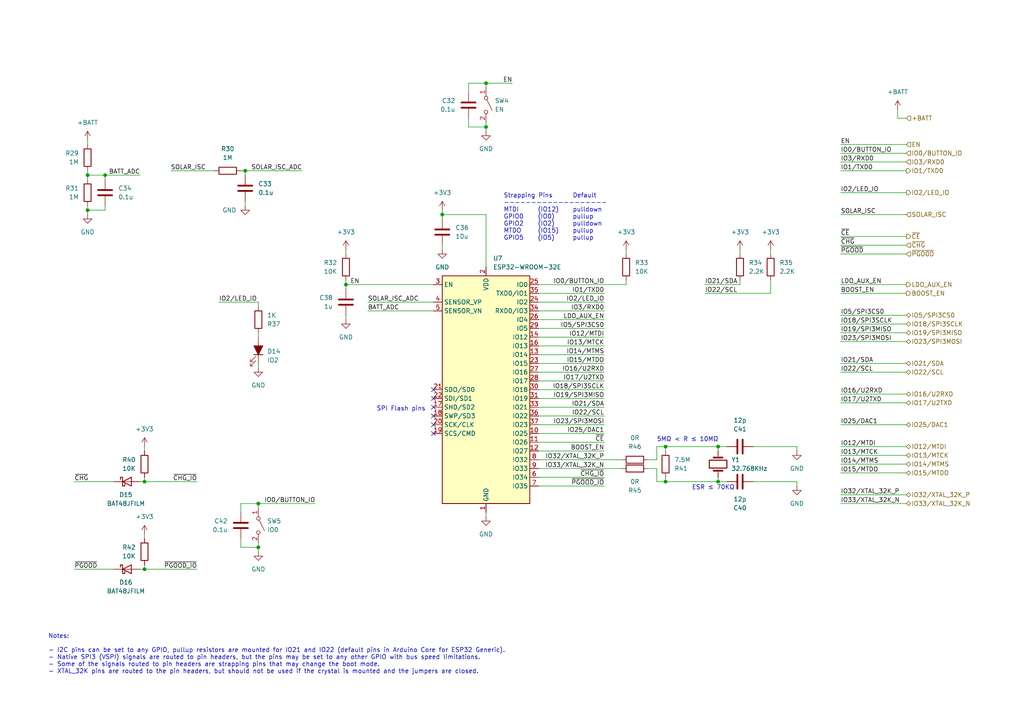
<source format=kicad_sch>
(kicad_sch (version 20211123) (generator eeschema)

  (uuid c317a9a8-5087-4c86-b18a-46a192838831)

  (paper "A4")

  (title_block
    (title "SolarNode")
    (date "2021-12-23")
    (rev "0.1")
  )

  (lib_symbols
    (symbol "Device:C" (pin_numbers hide) (pin_names (offset 0.254)) (in_bom yes) (on_board yes)
      (property "Reference" "C" (id 0) (at 0.635 2.54 0)
        (effects (font (size 1.27 1.27)) (justify left))
      )
      (property "Value" "C" (id 1) (at 0.635 -2.54 0)
        (effects (font (size 1.27 1.27)) (justify left))
      )
      (property "Footprint" "" (id 2) (at 0.9652 -3.81 0)
        (effects (font (size 1.27 1.27)) hide)
      )
      (property "Datasheet" "~" (id 3) (at 0 0 0)
        (effects (font (size 1.27 1.27)) hide)
      )
      (property "ki_keywords" "cap capacitor" (id 4) (at 0 0 0)
        (effects (font (size 1.27 1.27)) hide)
      )
      (property "ki_description" "Unpolarized capacitor" (id 5) (at 0 0 0)
        (effects (font (size 1.27 1.27)) hide)
      )
      (property "ki_fp_filters" "C_*" (id 6) (at 0 0 0)
        (effects (font (size 1.27 1.27)) hide)
      )
      (symbol "C_0_1"
        (polyline
          (pts
            (xy -2.032 -0.762)
            (xy 2.032 -0.762)
          )
          (stroke (width 0.508) (type default) (color 0 0 0 0))
          (fill (type none))
        )
        (polyline
          (pts
            (xy -2.032 0.762)
            (xy 2.032 0.762)
          )
          (stroke (width 0.508) (type default) (color 0 0 0 0))
          (fill (type none))
        )
      )
      (symbol "C_1_1"
        (pin passive line (at 0 3.81 270) (length 2.794)
          (name "~" (effects (font (size 1.27 1.27))))
          (number "1" (effects (font (size 1.27 1.27))))
        )
        (pin passive line (at 0 -3.81 90) (length 2.794)
          (name "~" (effects (font (size 1.27 1.27))))
          (number "2" (effects (font (size 1.27 1.27))))
        )
      )
    )
    (symbol "Device:Crystal" (pin_numbers hide) (pin_names (offset 1.016) hide) (in_bom yes) (on_board yes)
      (property "Reference" "Y" (id 0) (at 0 3.81 0)
        (effects (font (size 1.27 1.27)))
      )
      (property "Value" "Crystal" (id 1) (at 0 -3.81 0)
        (effects (font (size 1.27 1.27)))
      )
      (property "Footprint" "" (id 2) (at 0 0 0)
        (effects (font (size 1.27 1.27)) hide)
      )
      (property "Datasheet" "~" (id 3) (at 0 0 0)
        (effects (font (size 1.27 1.27)) hide)
      )
      (property "ki_keywords" "quartz ceramic resonator oscillator" (id 4) (at 0 0 0)
        (effects (font (size 1.27 1.27)) hide)
      )
      (property "ki_description" "Two pin crystal" (id 5) (at 0 0 0)
        (effects (font (size 1.27 1.27)) hide)
      )
      (property "ki_fp_filters" "Crystal*" (id 6) (at 0 0 0)
        (effects (font (size 1.27 1.27)) hide)
      )
      (symbol "Crystal_0_1"
        (rectangle (start -1.143 2.54) (end 1.143 -2.54)
          (stroke (width 0.3048) (type default) (color 0 0 0 0))
          (fill (type none))
        )
        (polyline
          (pts
            (xy -2.54 0)
            (xy -1.905 0)
          )
          (stroke (width 0) (type default) (color 0 0 0 0))
          (fill (type none))
        )
        (polyline
          (pts
            (xy -1.905 -1.27)
            (xy -1.905 1.27)
          )
          (stroke (width 0.508) (type default) (color 0 0 0 0))
          (fill (type none))
        )
        (polyline
          (pts
            (xy 1.905 -1.27)
            (xy 1.905 1.27)
          )
          (stroke (width 0.508) (type default) (color 0 0 0 0))
          (fill (type none))
        )
        (polyline
          (pts
            (xy 2.54 0)
            (xy 1.905 0)
          )
          (stroke (width 0) (type default) (color 0 0 0 0))
          (fill (type none))
        )
      )
      (symbol "Crystal_1_1"
        (pin passive line (at -3.81 0 0) (length 1.27)
          (name "1" (effects (font (size 1.27 1.27))))
          (number "1" (effects (font (size 1.27 1.27))))
        )
        (pin passive line (at 3.81 0 180) (length 1.27)
          (name "2" (effects (font (size 1.27 1.27))))
          (number "2" (effects (font (size 1.27 1.27))))
        )
      )
    )
    (symbol "Device:LED_Filled" (pin_numbers hide) (pin_names (offset 1.016) hide) (in_bom yes) (on_board yes)
      (property "Reference" "D" (id 0) (at 0 2.54 0)
        (effects (font (size 1.27 1.27)))
      )
      (property "Value" "LED_Filled" (id 1) (at 0 -2.54 0)
        (effects (font (size 1.27 1.27)))
      )
      (property "Footprint" "" (id 2) (at 0 0 0)
        (effects (font (size 1.27 1.27)) hide)
      )
      (property "Datasheet" "~" (id 3) (at 0 0 0)
        (effects (font (size 1.27 1.27)) hide)
      )
      (property "ki_keywords" "LED diode" (id 4) (at 0 0 0)
        (effects (font (size 1.27 1.27)) hide)
      )
      (property "ki_description" "Light emitting diode, filled shape" (id 5) (at 0 0 0)
        (effects (font (size 1.27 1.27)) hide)
      )
      (property "ki_fp_filters" "LED* LED_SMD:* LED_THT:*" (id 6) (at 0 0 0)
        (effects (font (size 1.27 1.27)) hide)
      )
      (symbol "LED_Filled_0_1"
        (polyline
          (pts
            (xy -1.27 -1.27)
            (xy -1.27 1.27)
          )
          (stroke (width 0.254) (type default) (color 0 0 0 0))
          (fill (type none))
        )
        (polyline
          (pts
            (xy -1.27 0)
            (xy 1.27 0)
          )
          (stroke (width 0) (type default) (color 0 0 0 0))
          (fill (type none))
        )
        (polyline
          (pts
            (xy 1.27 -1.27)
            (xy 1.27 1.27)
            (xy -1.27 0)
            (xy 1.27 -1.27)
          )
          (stroke (width 0.254) (type default) (color 0 0 0 0))
          (fill (type outline))
        )
        (polyline
          (pts
            (xy -3.048 -0.762)
            (xy -4.572 -2.286)
            (xy -3.81 -2.286)
            (xy -4.572 -2.286)
            (xy -4.572 -1.524)
          )
          (stroke (width 0) (type default) (color 0 0 0 0))
          (fill (type none))
        )
        (polyline
          (pts
            (xy -1.778 -0.762)
            (xy -3.302 -2.286)
            (xy -2.54 -2.286)
            (xy -3.302 -2.286)
            (xy -3.302 -1.524)
          )
          (stroke (width 0) (type default) (color 0 0 0 0))
          (fill (type none))
        )
      )
      (symbol "LED_Filled_1_1"
        (pin passive line (at -3.81 0 0) (length 2.54)
          (name "K" (effects (font (size 1.27 1.27))))
          (number "1" (effects (font (size 1.27 1.27))))
        )
        (pin passive line (at 3.81 0 180) (length 2.54)
          (name "A" (effects (font (size 1.27 1.27))))
          (number "2" (effects (font (size 1.27 1.27))))
        )
      )
    )
    (symbol "Device:R" (pin_numbers hide) (pin_names (offset 0)) (in_bom yes) (on_board yes)
      (property "Reference" "R" (id 0) (at 2.032 0 90)
        (effects (font (size 1.27 1.27)))
      )
      (property "Value" "R" (id 1) (at 0 0 90)
        (effects (font (size 1.27 1.27)))
      )
      (property "Footprint" "" (id 2) (at -1.778 0 90)
        (effects (font (size 1.27 1.27)) hide)
      )
      (property "Datasheet" "~" (id 3) (at 0 0 0)
        (effects (font (size 1.27 1.27)) hide)
      )
      (property "ki_keywords" "R res resistor" (id 4) (at 0 0 0)
        (effects (font (size 1.27 1.27)) hide)
      )
      (property "ki_description" "Resistor" (id 5) (at 0 0 0)
        (effects (font (size 1.27 1.27)) hide)
      )
      (property "ki_fp_filters" "R_*" (id 6) (at 0 0 0)
        (effects (font (size 1.27 1.27)) hide)
      )
      (symbol "R_0_1"
        (rectangle (start -1.016 -2.54) (end 1.016 2.54)
          (stroke (width 0.254) (type default) (color 0 0 0 0))
          (fill (type none))
        )
      )
      (symbol "R_1_1"
        (pin passive line (at 0 3.81 270) (length 1.27)
          (name "~" (effects (font (size 1.27 1.27))))
          (number "1" (effects (font (size 1.27 1.27))))
        )
        (pin passive line (at 0 -3.81 90) (length 1.27)
          (name "~" (effects (font (size 1.27 1.27))))
          (number "2" (effects (font (size 1.27 1.27))))
        )
      )
    )
    (symbol "Diode:BAT48JFILM" (pin_numbers hide) (pin_names (offset 1.016) hide) (in_bom yes) (on_board yes)
      (property "Reference" "D" (id 0) (at 0 2.54 0)
        (effects (font (size 1.27 1.27)))
      )
      (property "Value" "BAT48JFILM" (id 1) (at 0 -2.54 0)
        (effects (font (size 1.27 1.27)))
      )
      (property "Footprint" "Diode_SMD:D_SOD-323" (id 2) (at 0 -4.445 0)
        (effects (font (size 1.27 1.27)) hide)
      )
      (property "Datasheet" "www.st.com/resource/en/datasheet/bat48.pdf" (id 3) (at 0 0 0)
        (effects (font (size 1.27 1.27)) hide)
      )
      (property "ki_keywords" "diode Schottky" (id 4) (at 0 0 0)
        (effects (font (size 1.27 1.27)) hide)
      )
      (property "ki_description" "40V 0.35A Small Signal Schottky Diode, SOD-323" (id 5) (at 0 0 0)
        (effects (font (size 1.27 1.27)) hide)
      )
      (property "ki_fp_filters" "D*SOD?323*" (id 6) (at 0 0 0)
        (effects (font (size 1.27 1.27)) hide)
      )
      (symbol "BAT48JFILM_0_1"
        (polyline
          (pts
            (xy 1.27 0)
            (xy -1.27 0)
          )
          (stroke (width 0) (type default) (color 0 0 0 0))
          (fill (type none))
        )
        (polyline
          (pts
            (xy 1.27 1.27)
            (xy 1.27 -1.27)
            (xy -1.27 0)
            (xy 1.27 1.27)
          )
          (stroke (width 0.254) (type default) (color 0 0 0 0))
          (fill (type none))
        )
        (polyline
          (pts
            (xy -1.905 0.635)
            (xy -1.905 1.27)
            (xy -1.27 1.27)
            (xy -1.27 -1.27)
            (xy -0.635 -1.27)
            (xy -0.635 -0.635)
          )
          (stroke (width 0.254) (type default) (color 0 0 0 0))
          (fill (type none))
        )
      )
      (symbol "BAT48JFILM_1_1"
        (pin passive line (at -3.81 0 0) (length 2.54)
          (name "K" (effects (font (size 1.27 1.27))))
          (number "1" (effects (font (size 1.27 1.27))))
        )
        (pin passive line (at 3.81 0 180) (length 2.54)
          (name "A" (effects (font (size 1.27 1.27))))
          (number "2" (effects (font (size 1.27 1.27))))
        )
      )
    )
    (symbol "RF_Module:ESP32-WROOM-32" (in_bom yes) (on_board yes)
      (property "Reference" "U" (id 0) (at -12.7 34.29 0)
        (effects (font (size 1.27 1.27)) (justify left))
      )
      (property "Value" "ESP32-WROOM-32" (id 1) (at 1.27 34.29 0)
        (effects (font (size 1.27 1.27)) (justify left))
      )
      (property "Footprint" "RF_Module:ESP32-WROOM-32" (id 2) (at 0 -38.1 0)
        (effects (font (size 1.27 1.27)) hide)
      )
      (property "Datasheet" "https://www.espressif.com/sites/default/files/documentation/esp32-wroom-32_datasheet_en.pdf" (id 3) (at -7.62 1.27 0)
        (effects (font (size 1.27 1.27)) hide)
      )
      (property "ki_keywords" "RF Radio BT ESP ESP32 Espressif onboard PCB antenna" (id 4) (at 0 0 0)
        (effects (font (size 1.27 1.27)) hide)
      )
      (property "ki_description" "RF Module, ESP32-D0WDQ6 SoC, Wi-Fi 802.11b/g/n, Bluetooth, BLE, 32-bit, 2.7-3.6V, onboard antenna, SMD" (id 5) (at 0 0 0)
        (effects (font (size 1.27 1.27)) hide)
      )
      (property "ki_fp_filters" "ESP32?WROOM?32*" (id 6) (at 0 0 0)
        (effects (font (size 1.27 1.27)) hide)
      )
      (symbol "ESP32-WROOM-32_0_1"
        (rectangle (start -12.7 33.02) (end 12.7 -33.02)
          (stroke (width 0.254) (type default) (color 0 0 0 0))
          (fill (type background))
        )
      )
      (symbol "ESP32-WROOM-32_1_1"
        (pin power_in line (at 0 -35.56 90) (length 2.54)
          (name "GND" (effects (font (size 1.27 1.27))))
          (number "1" (effects (font (size 1.27 1.27))))
        )
        (pin bidirectional line (at 15.24 -12.7 180) (length 2.54)
          (name "IO25" (effects (font (size 1.27 1.27))))
          (number "10" (effects (font (size 1.27 1.27))))
        )
        (pin bidirectional line (at 15.24 -15.24 180) (length 2.54)
          (name "IO26" (effects (font (size 1.27 1.27))))
          (number "11" (effects (font (size 1.27 1.27))))
        )
        (pin bidirectional line (at 15.24 -17.78 180) (length 2.54)
          (name "IO27" (effects (font (size 1.27 1.27))))
          (number "12" (effects (font (size 1.27 1.27))))
        )
        (pin bidirectional line (at 15.24 10.16 180) (length 2.54)
          (name "IO14" (effects (font (size 1.27 1.27))))
          (number "13" (effects (font (size 1.27 1.27))))
        )
        (pin bidirectional line (at 15.24 15.24 180) (length 2.54)
          (name "IO12" (effects (font (size 1.27 1.27))))
          (number "14" (effects (font (size 1.27 1.27))))
        )
        (pin passive line (at 0 -35.56 90) (length 2.54) hide
          (name "GND" (effects (font (size 1.27 1.27))))
          (number "15" (effects (font (size 1.27 1.27))))
        )
        (pin bidirectional line (at 15.24 12.7 180) (length 2.54)
          (name "IO13" (effects (font (size 1.27 1.27))))
          (number "16" (effects (font (size 1.27 1.27))))
        )
        (pin bidirectional line (at -15.24 -5.08 0) (length 2.54)
          (name "SHD/SD2" (effects (font (size 1.27 1.27))))
          (number "17" (effects (font (size 1.27 1.27))))
        )
        (pin bidirectional line (at -15.24 -7.62 0) (length 2.54)
          (name "SWP/SD3" (effects (font (size 1.27 1.27))))
          (number "18" (effects (font (size 1.27 1.27))))
        )
        (pin bidirectional line (at -15.24 -12.7 0) (length 2.54)
          (name "SCS/CMD" (effects (font (size 1.27 1.27))))
          (number "19" (effects (font (size 1.27 1.27))))
        )
        (pin power_in line (at 0 35.56 270) (length 2.54)
          (name "VDD" (effects (font (size 1.27 1.27))))
          (number "2" (effects (font (size 1.27 1.27))))
        )
        (pin bidirectional line (at -15.24 -10.16 0) (length 2.54)
          (name "SCK/CLK" (effects (font (size 1.27 1.27))))
          (number "20" (effects (font (size 1.27 1.27))))
        )
        (pin bidirectional line (at -15.24 0 0) (length 2.54)
          (name "SDO/SD0" (effects (font (size 1.27 1.27))))
          (number "21" (effects (font (size 1.27 1.27))))
        )
        (pin bidirectional line (at -15.24 -2.54 0) (length 2.54)
          (name "SDI/SD1" (effects (font (size 1.27 1.27))))
          (number "22" (effects (font (size 1.27 1.27))))
        )
        (pin bidirectional line (at 15.24 7.62 180) (length 2.54)
          (name "IO15" (effects (font (size 1.27 1.27))))
          (number "23" (effects (font (size 1.27 1.27))))
        )
        (pin bidirectional line (at 15.24 25.4 180) (length 2.54)
          (name "IO2" (effects (font (size 1.27 1.27))))
          (number "24" (effects (font (size 1.27 1.27))))
        )
        (pin bidirectional line (at 15.24 30.48 180) (length 2.54)
          (name "IO0" (effects (font (size 1.27 1.27))))
          (number "25" (effects (font (size 1.27 1.27))))
        )
        (pin bidirectional line (at 15.24 20.32 180) (length 2.54)
          (name "IO4" (effects (font (size 1.27 1.27))))
          (number "26" (effects (font (size 1.27 1.27))))
        )
        (pin bidirectional line (at 15.24 5.08 180) (length 2.54)
          (name "IO16" (effects (font (size 1.27 1.27))))
          (number "27" (effects (font (size 1.27 1.27))))
        )
        (pin bidirectional line (at 15.24 2.54 180) (length 2.54)
          (name "IO17" (effects (font (size 1.27 1.27))))
          (number "28" (effects (font (size 1.27 1.27))))
        )
        (pin bidirectional line (at 15.24 17.78 180) (length 2.54)
          (name "IO5" (effects (font (size 1.27 1.27))))
          (number "29" (effects (font (size 1.27 1.27))))
        )
        (pin input line (at -15.24 30.48 0) (length 2.54)
          (name "EN" (effects (font (size 1.27 1.27))))
          (number "3" (effects (font (size 1.27 1.27))))
        )
        (pin bidirectional line (at 15.24 0 180) (length 2.54)
          (name "IO18" (effects (font (size 1.27 1.27))))
          (number "30" (effects (font (size 1.27 1.27))))
        )
        (pin bidirectional line (at 15.24 -2.54 180) (length 2.54)
          (name "IO19" (effects (font (size 1.27 1.27))))
          (number "31" (effects (font (size 1.27 1.27))))
        )
        (pin no_connect line (at -12.7 -27.94 0) (length 2.54) hide
          (name "NC" (effects (font (size 1.27 1.27))))
          (number "32" (effects (font (size 1.27 1.27))))
        )
        (pin bidirectional line (at 15.24 -5.08 180) (length 2.54)
          (name "IO21" (effects (font (size 1.27 1.27))))
          (number "33" (effects (font (size 1.27 1.27))))
        )
        (pin bidirectional line (at 15.24 22.86 180) (length 2.54)
          (name "RXD0/IO3" (effects (font (size 1.27 1.27))))
          (number "34" (effects (font (size 1.27 1.27))))
        )
        (pin bidirectional line (at 15.24 27.94 180) (length 2.54)
          (name "TXD0/IO1" (effects (font (size 1.27 1.27))))
          (number "35" (effects (font (size 1.27 1.27))))
        )
        (pin bidirectional line (at 15.24 -7.62 180) (length 2.54)
          (name "IO22" (effects (font (size 1.27 1.27))))
          (number "36" (effects (font (size 1.27 1.27))))
        )
        (pin bidirectional line (at 15.24 -10.16 180) (length 2.54)
          (name "IO23" (effects (font (size 1.27 1.27))))
          (number "37" (effects (font (size 1.27 1.27))))
        )
        (pin passive line (at 0 -35.56 90) (length 2.54) hide
          (name "GND" (effects (font (size 1.27 1.27))))
          (number "38" (effects (font (size 1.27 1.27))))
        )
        (pin passive line (at 0 -35.56 90) (length 2.54) hide
          (name "GND" (effects (font (size 1.27 1.27))))
          (number "39" (effects (font (size 1.27 1.27))))
        )
        (pin input line (at -15.24 25.4 0) (length 2.54)
          (name "SENSOR_VP" (effects (font (size 1.27 1.27))))
          (number "4" (effects (font (size 1.27 1.27))))
        )
        (pin input line (at -15.24 22.86 0) (length 2.54)
          (name "SENSOR_VN" (effects (font (size 1.27 1.27))))
          (number "5" (effects (font (size 1.27 1.27))))
        )
        (pin input line (at 15.24 -25.4 180) (length 2.54)
          (name "IO34" (effects (font (size 1.27 1.27))))
          (number "6" (effects (font (size 1.27 1.27))))
        )
        (pin input line (at 15.24 -27.94 180) (length 2.54)
          (name "IO35" (effects (font (size 1.27 1.27))))
          (number "7" (effects (font (size 1.27 1.27))))
        )
        (pin bidirectional line (at 15.24 -20.32 180) (length 2.54)
          (name "IO32" (effects (font (size 1.27 1.27))))
          (number "8" (effects (font (size 1.27 1.27))))
        )
        (pin bidirectional line (at 15.24 -22.86 180) (length 2.54)
          (name "IO33" (effects (font (size 1.27 1.27))))
          (number "9" (effects (font (size 1.27 1.27))))
        )
      )
    )
    (symbol "Switch:SW_SPST" (pin_names (offset 0) hide) (in_bom yes) (on_board yes)
      (property "Reference" "SW" (id 0) (at 0 3.175 0)
        (effects (font (size 1.27 1.27)))
      )
      (property "Value" "SW_SPST" (id 1) (at 0 -2.54 0)
        (effects (font (size 1.27 1.27)))
      )
      (property "Footprint" "" (id 2) (at 0 0 0)
        (effects (font (size 1.27 1.27)) hide)
      )
      (property "Datasheet" "~" (id 3) (at 0 0 0)
        (effects (font (size 1.27 1.27)) hide)
      )
      (property "ki_keywords" "switch lever" (id 4) (at 0 0 0)
        (effects (font (size 1.27 1.27)) hide)
      )
      (property "ki_description" "Single Pole Single Throw (SPST) switch" (id 5) (at 0 0 0)
        (effects (font (size 1.27 1.27)) hide)
      )
      (symbol "SW_SPST_0_0"
        (circle (center -2.032 0) (radius 0.508)
          (stroke (width 0) (type default) (color 0 0 0 0))
          (fill (type none))
        )
        (polyline
          (pts
            (xy -1.524 0.254)
            (xy 1.524 1.778)
          )
          (stroke (width 0) (type default) (color 0 0 0 0))
          (fill (type none))
        )
        (circle (center 2.032 0) (radius 0.508)
          (stroke (width 0) (type default) (color 0 0 0 0))
          (fill (type none))
        )
      )
      (symbol "SW_SPST_1_1"
        (pin passive line (at -5.08 0 0) (length 2.54)
          (name "A" (effects (font (size 1.27 1.27))))
          (number "1" (effects (font (size 1.27 1.27))))
        )
        (pin passive line (at 5.08 0 180) (length 2.54)
          (name "B" (effects (font (size 1.27 1.27))))
          (number "2" (effects (font (size 1.27 1.27))))
        )
      )
    )
    (symbol "power:+3.3V" (power) (pin_names (offset 0)) (in_bom yes) (on_board yes)
      (property "Reference" "#PWR" (id 0) (at 0 -3.81 0)
        (effects (font (size 1.27 1.27)) hide)
      )
      (property "Value" "+3.3V" (id 1) (at 0 3.556 0)
        (effects (font (size 1.27 1.27)))
      )
      (property "Footprint" "" (id 2) (at 0 0 0)
        (effects (font (size 1.27 1.27)) hide)
      )
      (property "Datasheet" "" (id 3) (at 0 0 0)
        (effects (font (size 1.27 1.27)) hide)
      )
      (property "ki_keywords" "power-flag" (id 4) (at 0 0 0)
        (effects (font (size 1.27 1.27)) hide)
      )
      (property "ki_description" "Power symbol creates a global label with name \"+3.3V\"" (id 5) (at 0 0 0)
        (effects (font (size 1.27 1.27)) hide)
      )
      (symbol "+3.3V_0_1"
        (polyline
          (pts
            (xy -0.762 1.27)
            (xy 0 2.54)
          )
          (stroke (width 0) (type default) (color 0 0 0 0))
          (fill (type none))
        )
        (polyline
          (pts
            (xy 0 0)
            (xy 0 2.54)
          )
          (stroke (width 0) (type default) (color 0 0 0 0))
          (fill (type none))
        )
        (polyline
          (pts
            (xy 0 2.54)
            (xy 0.762 1.27)
          )
          (stroke (width 0) (type default) (color 0 0 0 0))
          (fill (type none))
        )
      )
      (symbol "+3.3V_1_1"
        (pin power_in line (at 0 0 90) (length 0) hide
          (name "+3V3" (effects (font (size 1.27 1.27))))
          (number "1" (effects (font (size 1.27 1.27))))
        )
      )
    )
    (symbol "power:+BATT" (power) (pin_names (offset 0)) (in_bom yes) (on_board yes)
      (property "Reference" "#PWR" (id 0) (at 0 -3.81 0)
        (effects (font (size 1.27 1.27)) hide)
      )
      (property "Value" "+BATT" (id 1) (at 0 3.556 0)
        (effects (font (size 1.27 1.27)))
      )
      (property "Footprint" "" (id 2) (at 0 0 0)
        (effects (font (size 1.27 1.27)) hide)
      )
      (property "Datasheet" "" (id 3) (at 0 0 0)
        (effects (font (size 1.27 1.27)) hide)
      )
      (property "ki_keywords" "power-flag battery" (id 4) (at 0 0 0)
        (effects (font (size 1.27 1.27)) hide)
      )
      (property "ki_description" "Power symbol creates a global label with name \"+BATT\"" (id 5) (at 0 0 0)
        (effects (font (size 1.27 1.27)) hide)
      )
      (symbol "+BATT_0_1"
        (polyline
          (pts
            (xy -0.762 1.27)
            (xy 0 2.54)
          )
          (stroke (width 0) (type default) (color 0 0 0 0))
          (fill (type none))
        )
        (polyline
          (pts
            (xy 0 0)
            (xy 0 2.54)
          )
          (stroke (width 0) (type default) (color 0 0 0 0))
          (fill (type none))
        )
        (polyline
          (pts
            (xy 0 2.54)
            (xy 0.762 1.27)
          )
          (stroke (width 0) (type default) (color 0 0 0 0))
          (fill (type none))
        )
      )
      (symbol "+BATT_1_1"
        (pin power_in line (at 0 0 90) (length 0) hide
          (name "+BATT" (effects (font (size 1.27 1.27))))
          (number "1" (effects (font (size 1.27 1.27))))
        )
      )
    )
    (symbol "power:GND" (power) (pin_names (offset 0)) (in_bom yes) (on_board yes)
      (property "Reference" "#PWR" (id 0) (at 0 -6.35 0)
        (effects (font (size 1.27 1.27)) hide)
      )
      (property "Value" "GND" (id 1) (at 0 -3.81 0)
        (effects (font (size 1.27 1.27)))
      )
      (property "Footprint" "" (id 2) (at 0 0 0)
        (effects (font (size 1.27 1.27)) hide)
      )
      (property "Datasheet" "" (id 3) (at 0 0 0)
        (effects (font (size 1.27 1.27)) hide)
      )
      (property "ki_keywords" "power-flag" (id 4) (at 0 0 0)
        (effects (font (size 1.27 1.27)) hide)
      )
      (property "ki_description" "Power symbol creates a global label with name \"GND\" , ground" (id 5) (at 0 0 0)
        (effects (font (size 1.27 1.27)) hide)
      )
      (symbol "GND_0_1"
        (polyline
          (pts
            (xy 0 0)
            (xy 0 -1.27)
            (xy 1.27 -1.27)
            (xy 0 -2.54)
            (xy -1.27 -1.27)
            (xy 0 -1.27)
          )
          (stroke (width 0) (type default) (color 0 0 0 0))
          (fill (type none))
        )
      )
      (symbol "GND_1_1"
        (pin power_in line (at 0 0 270) (length 0) hide
          (name "GND" (effects (font (size 1.27 1.27))))
          (number "1" (effects (font (size 1.27 1.27))))
        )
      )
    )
  )

  (junction (at 140.97 36.83) (diameter 0) (color 0 0 0 0)
    (uuid 0bdb90ce-a88b-47b6-8c1d-3f7660bce673)
  )
  (junction (at 30.48 50.8) (diameter 0) (color 0 0 0 0)
    (uuid 0eefeec1-334a-47b6-ab30-558d2df2ac93)
  )
  (junction (at 128.27 62.23) (diameter 0) (color 0 0 0 0)
    (uuid 1e25c4f8-05a3-4303-9fc0-f104a451d63f)
  )
  (junction (at 74.93 146.05) (diameter 0) (color 0 0 0 0)
    (uuid 2658785e-55c4-44e7-8430-30f7132a638f)
  )
  (junction (at 193.04 129.54) (diameter 0) (color 0 0 0 0)
    (uuid 278a89f1-0741-4563-ad69-54dbb8131bd1)
  )
  (junction (at 25.4 60.96) (diameter 0) (color 0 0 0 0)
    (uuid 32320e95-a1ba-4aae-a235-d6d3b02b562f)
  )
  (junction (at 25.4 50.8) (diameter 0) (color 0 0 0 0)
    (uuid 4fe1b2b8-5c8d-4306-ba29-20a76a3fe306)
  )
  (junction (at 71.12 49.53) (diameter 0) (color 0 0 0 0)
    (uuid 61e62917-a314-45a2-a54f-53e56f248efc)
  )
  (junction (at 193.04 139.7) (diameter 0) (color 0 0 0 0)
    (uuid 6418707c-4c8e-4f38-8629-063a822f3b33)
  )
  (junction (at 140.97 24.13) (diameter 0) (color 0 0 0 0)
    (uuid 73ef44b4-0c80-4fc2-a394-e50286fd95fd)
  )
  (junction (at 41.91 165.1) (diameter 0) (color 0 0 0 0)
    (uuid 8bd69bd2-cb0e-489f-8261-0f60edc65a4e)
  )
  (junction (at 41.91 139.7) (diameter 0) (color 0 0 0 0)
    (uuid 8d9f8d48-3eb3-4261-bbf1-2f0b842aca26)
  )
  (junction (at 208.28 129.54) (diameter 0) (color 0 0 0 0)
    (uuid 99ef916d-30f8-4082-b70c-2b8dfe6c3b9f)
  )
  (junction (at 208.28 139.7) (diameter 0) (color 0 0 0 0)
    (uuid c794b604-2f46-4b35-ae7e-bb08be5494fc)
  )
  (junction (at 100.33 82.55) (diameter 0) (color 0 0 0 0)
    (uuid d4436845-20ca-4cb8-9ccb-d8e9d1d22232)
  )
  (junction (at 74.93 158.75) (diameter 0) (color 0 0 0 0)
    (uuid f917f5c3-bed3-437d-973e-4f1826d9d63f)
  )

  (no_connect (at 125.73 120.65) (uuid 44476cd4-b5a3-4287-a9fc-3aa623193169))
  (no_connect (at 125.73 113.03) (uuid 44fa7dc0-5246-4cce-a56e-6b6b07fed3e8))
  (no_connect (at 125.73 118.11) (uuid 4fc8b196-70eb-4e8d-a1dd-13368d2ffc8c))
  (no_connect (at 125.73 125.73) (uuid 887bb312-4c50-4f89-b797-543a2c6b2f48))
  (no_connect (at 125.73 115.57) (uuid caccaf27-b296-4e61-9ce5-82af3f9f0aae))
  (no_connect (at 125.73 123.19) (uuid f3e10104-82bd-4d65-a03f-766d295c8b50))

  (wire (pts (xy 190.5 139.7) (xy 193.04 139.7))
    (stroke (width 0) (type default) (color 0 0 0 0))
    (uuid 02edb64a-7c75-4d2f-9583-b3e1aa47612b)
  )
  (wire (pts (xy 41.91 129.54) (xy 41.91 130.81))
    (stroke (width 0) (type default) (color 0 0 0 0))
    (uuid 036992ff-600c-4322-8724-c8493865ca5d)
  )
  (wire (pts (xy 30.48 50.8) (xy 30.48 52.07))
    (stroke (width 0) (type default) (color 0 0 0 0))
    (uuid 077583c6-f960-412f-ba09-531a0fa947f6)
  )
  (wire (pts (xy 262.89 62.23) (xy 243.84 62.23))
    (stroke (width 0) (type default) (color 0 0 0 0))
    (uuid 0a56fa14-53f8-4475-9e43-9b5d52816d2e)
  )
  (wire (pts (xy 243.84 105.41) (xy 262.89 105.41))
    (stroke (width 0) (type default) (color 0 0 0 0))
    (uuid 0ba13bdb-732b-4373-9688-953627ed4e20)
  )
  (wire (pts (xy 128.27 60.96) (xy 128.27 62.23))
    (stroke (width 0) (type default) (color 0 0 0 0))
    (uuid 0c588f73-6986-44b3-88ca-bb9c47f5ec64)
  )
  (wire (pts (xy 156.21 92.71) (xy 175.26 92.71))
    (stroke (width 0) (type default) (color 0 0 0 0))
    (uuid 0ea1196c-6360-4042-b35a-c543b095b7ff)
  )
  (wire (pts (xy 71.12 49.53) (xy 71.12 50.8))
    (stroke (width 0) (type default) (color 0 0 0 0))
    (uuid 1143d9a2-3242-42e8-960a-71f63628a03f)
  )
  (wire (pts (xy 243.84 46.99) (xy 262.89 46.99))
    (stroke (width 0) (type default) (color 0 0 0 0))
    (uuid 15d5ac91-0bc2-43f9-92d9-dea564f598a1)
  )
  (wire (pts (xy 21.59 165.1) (xy 33.02 165.1))
    (stroke (width 0) (type default) (color 0 0 0 0))
    (uuid 19240b70-272d-46bb-89d9-9e2dabbf91d2)
  )
  (wire (pts (xy 25.4 59.69) (xy 25.4 60.96))
    (stroke (width 0) (type default) (color 0 0 0 0))
    (uuid 1d593cd5-c2e4-49c9-af9b-30e79006c1c6)
  )
  (wire (pts (xy 156.21 90.17) (xy 175.26 90.17))
    (stroke (width 0) (type default) (color 0 0 0 0))
    (uuid 21f6244b-9a76-46a6-a384-2040ab08fe66)
  )
  (wire (pts (xy 156.21 113.03) (xy 175.26 113.03))
    (stroke (width 0) (type default) (color 0 0 0 0))
    (uuid 25c11c36-59a4-40e0-b2bb-0142efa368b9)
  )
  (wire (pts (xy 262.89 55.88) (xy 243.84 55.88))
    (stroke (width 0) (type default) (color 0 0 0 0))
    (uuid 29a9df05-562c-4f24-9713-18905b4f7cc5)
  )
  (wire (pts (xy 135.89 24.13) (xy 140.97 24.13))
    (stroke (width 0) (type default) (color 0 0 0 0))
    (uuid 2c4d5893-47f2-4b23-a571-486f5c842256)
  )
  (wire (pts (xy 260.35 31.75) (xy 260.35 34.29))
    (stroke (width 0) (type default) (color 0 0 0 0))
    (uuid 2c5c6a7d-df43-4112-bdc2-69fe70bb6126)
  )
  (wire (pts (xy 63.5 87.63) (xy 74.93 87.63))
    (stroke (width 0) (type default) (color 0 0 0 0))
    (uuid 2d4a5bae-d831-4861-a97a-b251e7cc2a1b)
  )
  (wire (pts (xy 204.47 85.09) (xy 223.52 85.09))
    (stroke (width 0) (type default) (color 0 0 0 0))
    (uuid 2f12ec3e-4783-4358-ba7a-1058af634aac)
  )
  (wire (pts (xy 156.21 120.65) (xy 175.26 120.65))
    (stroke (width 0) (type default) (color 0 0 0 0))
    (uuid 32771b3e-f376-4335-bf08-76fa041ea660)
  )
  (wire (pts (xy 243.84 96.52) (xy 262.89 96.52))
    (stroke (width 0) (type default) (color 0 0 0 0))
    (uuid 345c56a3-fce7-4ad1-b1be-9cab31f86eb8)
  )
  (wire (pts (xy 262.89 34.29) (xy 260.35 34.29))
    (stroke (width 0) (type default) (color 0 0 0 0))
    (uuid 389b78f1-8082-4ec5-bc62-7380b0705e13)
  )
  (wire (pts (xy 208.28 129.54) (xy 210.82 129.54))
    (stroke (width 0) (type default) (color 0 0 0 0))
    (uuid 39ab986c-4b4a-446c-8e4c-bcd9fc1f6d97)
  )
  (wire (pts (xy 243.84 116.84) (xy 262.89 116.84))
    (stroke (width 0) (type default) (color 0 0 0 0))
    (uuid 3c74d855-79df-49ce-a23a-572b84752e0f)
  )
  (wire (pts (xy 243.84 137.16) (xy 262.89 137.16))
    (stroke (width 0) (type default) (color 0 0 0 0))
    (uuid 3d73ecd3-1dcd-42d8-97f1-5c811c6077f7)
  )
  (wire (pts (xy 156.21 130.81) (xy 175.26 130.81))
    (stroke (width 0) (type default) (color 0 0 0 0))
    (uuid 3e0c935c-4747-43a0-9202-493980b8c1dd)
  )
  (wire (pts (xy 193.04 129.54) (xy 208.28 129.54))
    (stroke (width 0) (type default) (color 0 0 0 0))
    (uuid 3f27cc11-38f7-4232-8721-c854be8e4c78)
  )
  (wire (pts (xy 243.84 129.54) (xy 262.89 129.54))
    (stroke (width 0) (type default) (color 0 0 0 0))
    (uuid 4076a1fd-8a76-41f1-ae55-694681d4d7dc)
  )
  (wire (pts (xy 30.48 60.96) (xy 25.4 60.96))
    (stroke (width 0) (type default) (color 0 0 0 0))
    (uuid 412cc5ea-c9b2-469a-b8c3-0d7af554a24a)
  )
  (wire (pts (xy 49.53 49.53) (xy 62.23 49.53))
    (stroke (width 0) (type default) (color 0 0 0 0))
    (uuid 4274a10b-6cb1-407b-9109-32b37814f416)
  )
  (wire (pts (xy 71.12 49.53) (xy 87.63 49.53))
    (stroke (width 0) (type default) (color 0 0 0 0))
    (uuid 433a270f-c286-4b2d-85f0-7c86b3f6f2fc)
  )
  (wire (pts (xy 193.04 130.81) (xy 193.04 129.54))
    (stroke (width 0) (type default) (color 0 0 0 0))
    (uuid 4a8a51b6-7690-4cf2-b2f7-2913cd157522)
  )
  (wire (pts (xy 190.5 135.89) (xy 190.5 139.7))
    (stroke (width 0) (type default) (color 0 0 0 0))
    (uuid 4c7f062a-f6a8-41ee-9855-86f0362c4112)
  )
  (wire (pts (xy 156.21 110.49) (xy 175.26 110.49))
    (stroke (width 0) (type default) (color 0 0 0 0))
    (uuid 50495c89-dbfc-4b36-89d9-1bc05712ea2d)
  )
  (wire (pts (xy 135.89 34.29) (xy 135.89 36.83))
    (stroke (width 0) (type default) (color 0 0 0 0))
    (uuid 50589b17-6558-4437-888a-981c7a0d1279)
  )
  (wire (pts (xy 69.85 49.53) (xy 71.12 49.53))
    (stroke (width 0) (type default) (color 0 0 0 0))
    (uuid 52238687-cc2e-4e5c-a55d-9231b1dcfb20)
  )
  (wire (pts (xy 262.89 68.58) (xy 243.84 68.58))
    (stroke (width 0) (type default) (color 0 0 0 0))
    (uuid 5973fe62-f696-4687-b023-3ba17d0bca33)
  )
  (wire (pts (xy 208.28 139.7) (xy 210.82 139.7))
    (stroke (width 0) (type default) (color 0 0 0 0))
    (uuid 5a74b9b5-c33d-4b40-b750-b2f4813c21ea)
  )
  (wire (pts (xy 156.21 128.27) (xy 175.26 128.27))
    (stroke (width 0) (type default) (color 0 0 0 0))
    (uuid 5b89c3e0-e176-4bde-be3d-5a90ce75ac19)
  )
  (wire (pts (xy 40.64 50.8) (xy 30.48 50.8))
    (stroke (width 0) (type default) (color 0 0 0 0))
    (uuid 5bb4fd02-2cd1-4fc9-9b1c-22f93fa9a5ab)
  )
  (wire (pts (xy 193.04 139.7) (xy 208.28 139.7))
    (stroke (width 0) (type default) (color 0 0 0 0))
    (uuid 5c1157d8-e362-4e27-885d-615b1f1d74d9)
  )
  (wire (pts (xy 243.84 114.3) (xy 262.89 114.3))
    (stroke (width 0) (type default) (color 0 0 0 0))
    (uuid 5f47e19f-d931-4cf0-a72e-4c76f7d3c0bc)
  )
  (wire (pts (xy 69.85 146.05) (xy 74.93 146.05))
    (stroke (width 0) (type default) (color 0 0 0 0))
    (uuid 5ff374b4-b670-4819-bfdf-28668f33995c)
  )
  (wire (pts (xy 21.59 139.7) (xy 33.02 139.7))
    (stroke (width 0) (type default) (color 0 0 0 0))
    (uuid 606564d5-1f87-406a-838f-46857820ce1d)
  )
  (wire (pts (xy 156.21 140.97) (xy 175.26 140.97))
    (stroke (width 0) (type default) (color 0 0 0 0))
    (uuid 61857073-6ac1-4af7-9f7b-dacb6c9c5588)
  )
  (wire (pts (xy 41.91 154.94) (xy 41.91 156.21))
    (stroke (width 0) (type default) (color 0 0 0 0))
    (uuid 629423fb-1ed7-445a-b498-5c2bb637d2ea)
  )
  (wire (pts (xy 100.33 72.39) (xy 100.33 73.66))
    (stroke (width 0) (type default) (color 0 0 0 0))
    (uuid 65711d4b-2134-4a40-9b95-49c536d929eb)
  )
  (wire (pts (xy 187.96 133.35) (xy 190.5 133.35))
    (stroke (width 0) (type default) (color 0 0 0 0))
    (uuid 6628cfbe-685f-4be5-a1e8-0786df87b307)
  )
  (wire (pts (xy 181.61 72.39) (xy 181.61 73.66))
    (stroke (width 0) (type default) (color 0 0 0 0))
    (uuid 6c2cffd2-9326-4844-96be-f27bf27cae0e)
  )
  (wire (pts (xy 156.21 87.63) (xy 175.26 87.63))
    (stroke (width 0) (type default) (color 0 0 0 0))
    (uuid 6c4da11f-ff63-46c1-b9b3-8a877b6715e8)
  )
  (wire (pts (xy 243.84 107.95) (xy 262.89 107.95))
    (stroke (width 0) (type default) (color 0 0 0 0))
    (uuid 6d48c0af-cff7-4f32-8e8c-bfacad3d3e14)
  )
  (wire (pts (xy 156.21 107.95) (xy 175.26 107.95))
    (stroke (width 0) (type default) (color 0 0 0 0))
    (uuid 6ef665dc-89e5-4f15-8be9-96b34ecf46cd)
  )
  (wire (pts (xy 41.91 163.83) (xy 41.91 165.1))
    (stroke (width 0) (type default) (color 0 0 0 0))
    (uuid 70f6aa9a-1eae-41aa-bb5c-83d0b2b69525)
  )
  (wire (pts (xy 156.21 115.57) (xy 175.26 115.57))
    (stroke (width 0) (type default) (color 0 0 0 0))
    (uuid 766257ae-89aa-44b3-8795-ef4798f99de8)
  )
  (wire (pts (xy 140.97 36.83) (xy 140.97 38.1))
    (stroke (width 0) (type default) (color 0 0 0 0))
    (uuid 771068fa-010d-4152-82cd-6379652f48fd)
  )
  (wire (pts (xy 243.84 44.45) (xy 262.89 44.45))
    (stroke (width 0) (type default) (color 0 0 0 0))
    (uuid 773a8ee1-441d-41ba-8ab8-d8a86d9def8d)
  )
  (wire (pts (xy 140.97 35.56) (xy 140.97 36.83))
    (stroke (width 0) (type default) (color 0 0 0 0))
    (uuid 7bb0ea6c-0305-407a-ae9a-ae6beb012a0a)
  )
  (wire (pts (xy 223.52 72.39) (xy 223.52 73.66))
    (stroke (width 0) (type default) (color 0 0 0 0))
    (uuid 7bfa9ccd-5134-4349-8871-1e01b4f749ac)
  )
  (wire (pts (xy 74.93 157.48) (xy 74.93 158.75))
    (stroke (width 0) (type default) (color 0 0 0 0))
    (uuid 7c911aeb-e459-4cd4-82f0-a83114d20e0d)
  )
  (wire (pts (xy 57.15 165.1) (xy 41.91 165.1))
    (stroke (width 0) (type default) (color 0 0 0 0))
    (uuid 7d4de0e7-bbae-4cc8-8b27-d4e24e68ea93)
  )
  (wire (pts (xy 243.84 134.62) (xy 262.89 134.62))
    (stroke (width 0) (type default) (color 0 0 0 0))
    (uuid 7e46ef4f-3548-4d24-b5f9-1dd04026d6c3)
  )
  (wire (pts (xy 262.89 85.09) (xy 243.84 85.09))
    (stroke (width 0) (type default) (color 0 0 0 0))
    (uuid 7fc3f8ed-b860-48ee-a794-f0ffc3130a4d)
  )
  (wire (pts (xy 218.44 129.54) (xy 231.14 129.54))
    (stroke (width 0) (type default) (color 0 0 0 0))
    (uuid 80546384-587b-407c-a45e-f09755e3b5e1)
  )
  (wire (pts (xy 100.33 82.55) (xy 125.73 82.55))
    (stroke (width 0) (type default) (color 0 0 0 0))
    (uuid 810c489d-9c41-45d6-a9e6-373d6d52a358)
  )
  (wire (pts (xy 243.84 93.98) (xy 262.89 93.98))
    (stroke (width 0) (type default) (color 0 0 0 0))
    (uuid 815efbdc-f253-4e29-9fa4-13fa36aa2815)
  )
  (wire (pts (xy 156.21 95.25) (xy 175.26 95.25))
    (stroke (width 0) (type default) (color 0 0 0 0))
    (uuid 8479ea1d-c821-4b87-8405-a13ddf3a65b3)
  )
  (wire (pts (xy 156.21 97.79) (xy 175.26 97.79))
    (stroke (width 0) (type default) (color 0 0 0 0))
    (uuid 85889c7b-0924-4e4a-a2ac-42ef83fcaa90)
  )
  (wire (pts (xy 156.21 138.43) (xy 175.26 138.43))
    (stroke (width 0) (type default) (color 0 0 0 0))
    (uuid 86bf2fe7-245d-470c-83cb-7e94e284e6b9)
  )
  (wire (pts (xy 140.97 77.47) (xy 140.97 62.23))
    (stroke (width 0) (type default) (color 0 0 0 0))
    (uuid 86c9e887-d323-4771-9b5b-e730f70602bb)
  )
  (wire (pts (xy 218.44 139.7) (xy 231.14 139.7))
    (stroke (width 0) (type default) (color 0 0 0 0))
    (uuid 88cf1663-d307-4be6-8612-37694ffca70a)
  )
  (wire (pts (xy 190.5 129.54) (xy 193.04 129.54))
    (stroke (width 0) (type default) (color 0 0 0 0))
    (uuid 8a8e0f8d-79ca-4b3e-94c1-a136401bd92b)
  )
  (wire (pts (xy 243.84 132.08) (xy 262.89 132.08))
    (stroke (width 0) (type default) (color 0 0 0 0))
    (uuid 8acc34b8-0179-4844-b02e-5d57340314dd)
  )
  (wire (pts (xy 214.63 82.55) (xy 204.47 82.55))
    (stroke (width 0) (type default) (color 0 0 0 0))
    (uuid 8ce80654-6dcb-41bc-8448-fc2e0b0e7abb)
  )
  (wire (pts (xy 187.96 135.89) (xy 190.5 135.89))
    (stroke (width 0) (type default) (color 0 0 0 0))
    (uuid 8d206db8-cb67-4196-b9ef-155f5a4ae72d)
  )
  (wire (pts (xy 25.4 60.96) (xy 25.4 62.23))
    (stroke (width 0) (type default) (color 0 0 0 0))
    (uuid 8d3e321b-9c3a-48e1-8274-3fd26bf3e41a)
  )
  (wire (pts (xy 208.28 138.43) (xy 208.28 139.7))
    (stroke (width 0) (type default) (color 0 0 0 0))
    (uuid 8e1c8cff-2383-4747-9452-1083070e2555)
  )
  (wire (pts (xy 74.93 87.63) (xy 74.93 88.9))
    (stroke (width 0) (type default) (color 0 0 0 0))
    (uuid 8f89851a-9a09-40af-9ab5-13edbf42d356)
  )
  (wire (pts (xy 25.4 50.8) (xy 25.4 52.07))
    (stroke (width 0) (type default) (color 0 0 0 0))
    (uuid 93495dcd-fea1-40e4-8296-1e6ef00df5c8)
  )
  (wire (pts (xy 41.91 139.7) (xy 40.64 139.7))
    (stroke (width 0) (type default) (color 0 0 0 0))
    (uuid 9484e0be-3bd4-4b70-b2e1-f3ffe5e4b740)
  )
  (wire (pts (xy 193.04 139.7) (xy 193.04 138.43))
    (stroke (width 0) (type default) (color 0 0 0 0))
    (uuid 966733ad-784f-43ee-83c8-4e273ae3de3c)
  )
  (wire (pts (xy 69.85 156.21) (xy 69.85 158.75))
    (stroke (width 0) (type default) (color 0 0 0 0))
    (uuid 97f2d6c1-dda2-406b-9899-1dd3765999e6)
  )
  (wire (pts (xy 135.89 36.83) (xy 140.97 36.83))
    (stroke (width 0) (type default) (color 0 0 0 0))
    (uuid 98666844-9313-4beb-9a77-c1fd40616232)
  )
  (wire (pts (xy 140.97 24.13) (xy 148.59 24.13))
    (stroke (width 0) (type default) (color 0 0 0 0))
    (uuid 9b5ed5e0-b8d5-40fd-9a0c-ff0df0c34c39)
  )
  (wire (pts (xy 156.21 125.73) (xy 175.26 125.73))
    (stroke (width 0) (type default) (color 0 0 0 0))
    (uuid 9c109fc2-0eeb-40d7-becf-050a3f737582)
  )
  (wire (pts (xy 243.84 49.53) (xy 262.89 49.53))
    (stroke (width 0) (type default) (color 0 0 0 0))
    (uuid 9cf02ef3-a293-495a-b526-00344702ae43)
  )
  (wire (pts (xy 30.48 50.8) (xy 25.4 50.8))
    (stroke (width 0) (type default) (color 0 0 0 0))
    (uuid 9f0ba051-ab4b-4c52-976a-5ae3b09f225f)
  )
  (wire (pts (xy 71.12 58.42) (xy 71.12 59.69))
    (stroke (width 0) (type default) (color 0 0 0 0))
    (uuid 9fd31496-c266-46ae-8c07-75061db08257)
  )
  (wire (pts (xy 128.27 62.23) (xy 128.27 63.5))
    (stroke (width 0) (type default) (color 0 0 0 0))
    (uuid a15de769-4d34-40c5-a8e6-6cd312715efa)
  )
  (wire (pts (xy 156.21 100.33) (xy 175.26 100.33))
    (stroke (width 0) (type default) (color 0 0 0 0))
    (uuid a4f1bee3-e4e3-4351-96a6-bfa4511ceaa5)
  )
  (wire (pts (xy 128.27 62.23) (xy 140.97 62.23))
    (stroke (width 0) (type default) (color 0 0 0 0))
    (uuid ab2917c5-3608-4b0e-8fdf-2bc3fc9ca551)
  )
  (wire (pts (xy 57.15 139.7) (xy 41.91 139.7))
    (stroke (width 0) (type default) (color 0 0 0 0))
    (uuid ab4233f8-4628-4d33-ae6c-b136a66e8120)
  )
  (wire (pts (xy 156.21 102.87) (xy 175.26 102.87))
    (stroke (width 0) (type default) (color 0 0 0 0))
    (uuid ac1718b0-5686-493d-b7b8-735ea0022676)
  )
  (wire (pts (xy 106.68 87.63) (xy 125.73 87.63))
    (stroke (width 0) (type default) (color 0 0 0 0))
    (uuid af41124e-74b8-48c2-8ae4-3aff68048bc8)
  )
  (wire (pts (xy 223.52 85.09) (xy 223.52 81.28))
    (stroke (width 0) (type default) (color 0 0 0 0))
    (uuid afcf500d-e044-4468-8591-51193a31f2eb)
  )
  (wire (pts (xy 106.68 90.17) (xy 125.73 90.17))
    (stroke (width 0) (type default) (color 0 0 0 0))
    (uuid b2574d03-2c9f-409d-8d9d-8a200af9c042)
  )
  (wire (pts (xy 25.4 49.53) (xy 25.4 50.8))
    (stroke (width 0) (type default) (color 0 0 0 0))
    (uuid b26da3a7-e14e-4804-b3b7-0e90a787bee3)
  )
  (wire (pts (xy 100.33 81.28) (xy 100.33 82.55))
    (stroke (width 0) (type default) (color 0 0 0 0))
    (uuid b3d810f2-2fd0-44f8-8117-f5c14632b0fe)
  )
  (wire (pts (xy 140.97 148.59) (xy 140.97 149.86))
    (stroke (width 0) (type default) (color 0 0 0 0))
    (uuid b47d860c-8f9b-4424-9082-bf4ea87cdbed)
  )
  (wire (pts (xy 156.21 85.09) (xy 175.26 85.09))
    (stroke (width 0) (type default) (color 0 0 0 0))
    (uuid b4e3ba50-f5b7-48df-be43-d4b9d71f82e4)
  )
  (wire (pts (xy 181.61 81.28) (xy 181.61 82.55))
    (stroke (width 0) (type default) (color 0 0 0 0))
    (uuid b8df84bf-5210-4c87-9956-c7a3990c5e6b)
  )
  (wire (pts (xy 156.21 105.41) (xy 175.26 105.41))
    (stroke (width 0) (type default) (color 0 0 0 0))
    (uuid ba67c0b3-3d73-4e06-a4e9-82fb25bf8b4b)
  )
  (wire (pts (xy 156.21 118.11) (xy 175.26 118.11))
    (stroke (width 0) (type default) (color 0 0 0 0))
    (uuid ba9a7ce4-6d26-41e7-ac14-e5241bb2807b)
  )
  (wire (pts (xy 74.93 105.41) (xy 74.93 106.68))
    (stroke (width 0) (type default) (color 0 0 0 0))
    (uuid bad62156-b662-4f1a-8987-3bf8238321f1)
  )
  (wire (pts (xy 41.91 165.1) (xy 40.64 165.1))
    (stroke (width 0) (type default) (color 0 0 0 0))
    (uuid bbd9bdd4-a23d-4042-bf5d-b1e1e454b746)
  )
  (wire (pts (xy 25.4 40.64) (xy 25.4 41.91))
    (stroke (width 0) (type default) (color 0 0 0 0))
    (uuid beaa4103-33e9-4cf3-a011-adc519f84a88)
  )
  (wire (pts (xy 262.89 82.55) (xy 243.84 82.55))
    (stroke (width 0) (type default) (color 0 0 0 0))
    (uuid bf3634ce-dcf0-4e9d-970d-c56de12cbfd2)
  )
  (wire (pts (xy 243.84 91.44) (xy 262.89 91.44))
    (stroke (width 0) (type default) (color 0 0 0 0))
    (uuid c338698e-dbb3-4db8-bd8c-c184ec217b2d)
  )
  (wire (pts (xy 69.85 148.59) (xy 69.85 146.05))
    (stroke (width 0) (type default) (color 0 0 0 0))
    (uuid c87015e7-5f05-4f61-8c76-c347106a2608)
  )
  (wire (pts (xy 135.89 26.67) (xy 135.89 24.13))
    (stroke (width 0) (type default) (color 0 0 0 0))
    (uuid c8c3f3d1-59e1-4808-8645-f738541eb4eb)
  )
  (wire (pts (xy 41.91 138.43) (xy 41.91 139.7))
    (stroke (width 0) (type default) (color 0 0 0 0))
    (uuid cccd25a8-4318-4f81-bb0c-23a68b621b42)
  )
  (wire (pts (xy 262.89 41.91) (xy 243.84 41.91))
    (stroke (width 0) (type default) (color 0 0 0 0))
    (uuid d387df9d-a4c0-4dd7-aad7-faa7afdd124e)
  )
  (wire (pts (xy 156.21 123.19) (xy 175.26 123.19))
    (stroke (width 0) (type default) (color 0 0 0 0))
    (uuid d3b06a36-56ae-4a8f-a540-5351a3ef82ae)
  )
  (wire (pts (xy 243.84 146.05) (xy 262.89 146.05))
    (stroke (width 0) (type default) (color 0 0 0 0))
    (uuid d47c8e45-52a3-4d9d-9e2a-b7402e7a6f0e)
  )
  (wire (pts (xy 30.48 59.69) (xy 30.48 60.96))
    (stroke (width 0) (type default) (color 0 0 0 0))
    (uuid d51065ba-a123-4204-8f2d-ca7f5a5b84db)
  )
  (wire (pts (xy 74.93 147.32) (xy 74.93 146.05))
    (stroke (width 0) (type default) (color 0 0 0 0))
    (uuid d5982f01-96e8-41b0-903e-dacd8a678254)
  )
  (wire (pts (xy 243.84 99.06) (xy 262.89 99.06))
    (stroke (width 0) (type default) (color 0 0 0 0))
    (uuid d6b40d9a-b937-46c9-9b87-18a232192805)
  )
  (wire (pts (xy 128.27 71.12) (xy 128.27 72.39))
    (stroke (width 0) (type default) (color 0 0 0 0))
    (uuid dc206c5a-4672-4088-a413-973745886b3e)
  )
  (wire (pts (xy 231.14 139.7) (xy 231.14 140.97))
    (stroke (width 0) (type default) (color 0 0 0 0))
    (uuid dc6b8c2d-415e-4278-8595-88db3af8be51)
  )
  (wire (pts (xy 74.93 96.52) (xy 74.93 97.79))
    (stroke (width 0) (type default) (color 0 0 0 0))
    (uuid dceb27e0-6796-4519-bc52-5db2a5485ad3)
  )
  (wire (pts (xy 156.21 82.55) (xy 181.61 82.55))
    (stroke (width 0) (type default) (color 0 0 0 0))
    (uuid dd11ea51-8508-46d3-b7d3-82d2aed4c004)
  )
  (wire (pts (xy 231.14 129.54) (xy 231.14 130.81))
    (stroke (width 0) (type default) (color 0 0 0 0))
    (uuid de944b24-44e4-4c8e-b8c9-006d387b01c1)
  )
  (wire (pts (xy 74.93 160.02) (xy 74.93 158.75))
    (stroke (width 0) (type default) (color 0 0 0 0))
    (uuid dea63dd9-c1d3-45c4-9eac-2d14ce660615)
  )
  (wire (pts (xy 262.89 73.66) (xy 243.84 73.66))
    (stroke (width 0) (type default) (color 0 0 0 0))
    (uuid e0e090ed-b59a-4eb6-99e0-7a944031996a)
  )
  (wire (pts (xy 190.5 133.35) (xy 190.5 129.54))
    (stroke (width 0) (type default) (color 0 0 0 0))
    (uuid e12c6145-c71d-43bb-80a0-c58a190f21b0)
  )
  (wire (pts (xy 74.93 146.05) (xy 91.44 146.05))
    (stroke (width 0) (type default) (color 0 0 0 0))
    (uuid e15b56ed-7578-441d-88c5-853f096c8e6b)
  )
  (wire (pts (xy 100.33 83.82) (xy 100.33 82.55))
    (stroke (width 0) (type default) (color 0 0 0 0))
    (uuid e19dbdad-5cb8-4383-8e16-a9ce449d6d3f)
  )
  (wire (pts (xy 262.89 71.12) (xy 243.84 71.12))
    (stroke (width 0) (type default) (color 0 0 0 0))
    (uuid e27610b4-10a6-428f-90b3-19819e3e31e7)
  )
  (wire (pts (xy 243.84 123.19) (xy 262.89 123.19))
    (stroke (width 0) (type default) (color 0 0 0 0))
    (uuid e52b37aa-a795-485f-91a1-f282269890a8)
  )
  (wire (pts (xy 100.33 91.44) (xy 100.33 92.71))
    (stroke (width 0) (type default) (color 0 0 0 0))
    (uuid e62fd593-e4d6-4e57-aa9f-60f39a2173ab)
  )
  (wire (pts (xy 214.63 81.28) (xy 214.63 82.55))
    (stroke (width 0) (type default) (color 0 0 0 0))
    (uuid efa3a321-728a-4b9f-b2b5-d67cc6e4d672)
  )
  (wire (pts (xy 69.85 158.75) (xy 74.93 158.75))
    (stroke (width 0) (type default) (color 0 0 0 0))
    (uuid f03a8248-0f09-46a3-92f6-96b12110b59d)
  )
  (wire (pts (xy 140.97 24.13) (xy 140.97 25.4))
    (stroke (width 0) (type default) (color 0 0 0 0))
    (uuid f2c3a24b-0ec0-44c3-be09-274c28b04dc7)
  )
  (wire (pts (xy 156.21 133.35) (xy 180.34 133.35))
    (stroke (width 0) (type default) (color 0 0 0 0))
    (uuid fad28cf2-2fbb-439c-8230-4cf1a4651d30)
  )
  (wire (pts (xy 208.28 129.54) (xy 208.28 130.81))
    (stroke (width 0) (type default) (color 0 0 0 0))
    (uuid fb881c06-d028-4075-9d37-ba7804ab1331)
  )
  (wire (pts (xy 214.63 72.39) (xy 214.63 73.66))
    (stroke (width 0) (type default) (color 0 0 0 0))
    (uuid fd0348ab-0cb9-464d-8edc-6b5782b50afb)
  )
  (wire (pts (xy 243.84 143.51) (xy 262.89 143.51))
    (stroke (width 0) (type default) (color 0 0 0 0))
    (uuid fd6025d5-be8f-43d5-8ff1-5c3f020274bb)
  )
  (wire (pts (xy 156.21 135.89) (xy 180.34 135.89))
    (stroke (width 0) (type default) (color 0 0 0 0))
    (uuid ff7a49af-21e0-4f2c-9c7f-5ea122299198)
  )

  (text "Strapping Pins	Default\n-------------------\nMTDI	(IO12)	pulldown\nGPIO0	(IO0)	pullup\nGPIO2	(IO2)	pulldown\nMTDO	(IO15)	pullup\nGPIO5	(IO5)	pullup"
    (at 146.05 69.85 0)
    (effects (font (size 1.27 1.27)) (justify left bottom))
    (uuid 052f9973-a009-4322-bc13-d177971411ae)
  )
  (text "SPI Flash pins" (at 109.22 119.38 0)
    (effects (font (size 1.27 1.27)) (justify left bottom))
    (uuid 32652555-64cd-4e64-a0f3-af255a1cd3c3)
  )
  (text "Notes:\n\n- I2C pins can be set to any GPIO, pullup resistors are mounted for IO21 and IO22 (default pins in Arduino Core for ESP32 Generic).\n- Native SPI3 (VSPI) signals are routed to pin headers, but the pins may be set to any other GPIO with bus speed limitations.\n- Some of the signals routed to pin headers are strapping pins that may change the boot mode.\n- XTAL_32K pins are routed to the pin headers, but should not be used if the crystal is mounted and the jumpers are closed."
    (at 13.97 195.58 0)
    (effects (font (size 1.27 1.27)) (justify left bottom))
    (uuid 368948ee-490a-4366-ac1e-7ed040a887b4)
  )
  (text "5MΩ < R ≤ 10MΩ" (at 190.5 128.27 0)
    (effects (font (size 1.27 1.27)) (justify left bottom))
    (uuid 44aca0a3-ebbc-40e8-b85a-a828fcdf26e9)
  )
  (text "ESR ≤ 70KΩ" (at 200.66 142.24 0)
    (effects (font (size 1.27 1.27)) (justify left bottom))
    (uuid de3949e9-5d02-4667-bdb3-24a70207281e)
  )

  (label "~{CHG}" (at 243.84 71.12 0)
    (effects (font (size 1.27 1.27)) (justify left bottom))
    (uuid 021f7f03-2c30-4a8c-9512-b2635da85c50)
  )
  (label "IO1/TXD0" (at 175.26 85.09 180)
    (effects (font (size 1.27 1.27)) (justify right bottom))
    (uuid 078ee93d-c84d-4ba9-915d-24603c7458c4)
  )
  (label "BOOST_EN" (at 175.26 130.81 180)
    (effects (font (size 1.27 1.27)) (justify right bottom))
    (uuid 07a29825-ce3d-4330-9599-3932d8045a47)
  )
  (label "IO23{slash}SPI3MOSI" (at 243.84 99.06 0)
    (effects (font (size 1.27 1.27)) (justify left bottom))
    (uuid 08007619-126a-4ca3-8216-d428ff0aa47e)
  )
  (label "IO22{slash}SCL" (at 175.26 120.65 180)
    (effects (font (size 1.27 1.27)) (justify right bottom))
    (uuid 0828b927-22fb-4a00-8229-ca0b584bc064)
  )
  (label "LDO_AUX_EN" (at 243.84 82.55 0)
    (effects (font (size 1.27 1.27)) (justify left bottom))
    (uuid 122d1cdb-e66f-499d-b411-fa9c24e247b2)
  )
  (label "~{CHG_IO}" (at 175.26 138.43 180)
    (effects (font (size 1.27 1.27)) (justify right bottom))
    (uuid 190fb5fd-7260-43cd-b1e4-db864395805f)
  )
  (label "~{CHG_IO}" (at 57.15 139.7 180)
    (effects (font (size 1.27 1.27)) (justify right bottom))
    (uuid 1db31022-a3ab-45a7-ac4d-2483cd6436f1)
  )
  (label "IO22{slash}SCL" (at 204.47 85.09 0)
    (effects (font (size 1.27 1.27)) (justify left bottom))
    (uuid 25a29b95-5e23-4050-b677-304bb02b1f81)
  )
  (label "IO19{slash}SPI3MISO" (at 175.26 115.57 180)
    (effects (font (size 1.27 1.27)) (justify right bottom))
    (uuid 27f6abe3-e1fe-4aff-9b09-8bb61a41a7b0)
  )
  (label "IO3/RXD0" (at 175.26 90.17 180)
    (effects (font (size 1.27 1.27)) (justify right bottom))
    (uuid 29da486b-b2ff-46de-a5e5-cd7d8e23e218)
  )
  (label "IO3/RXD0" (at 243.84 46.99 0)
    (effects (font (size 1.27 1.27)) (justify left bottom))
    (uuid 2be55ea0-1c90-4d9e-8a6e-0639ece76149)
  )
  (label "IO25{slash}DAC1" (at 175.26 125.73 180)
    (effects (font (size 1.27 1.27)) (justify right bottom))
    (uuid 2e88a960-9168-4cba-84e1-2e940e64d558)
  )
  (label "IO16{slash}U2RXD" (at 175.26 107.95 180)
    (effects (font (size 1.27 1.27)) (justify right bottom))
    (uuid 334c0857-a179-4f49-922b-ab000d0fbd5e)
  )
  (label "~{PGOOD}" (at 21.59 165.1 0)
    (effects (font (size 1.27 1.27)) (justify left bottom))
    (uuid 3ad56412-9822-41db-a15d-c84ba0644ff6)
  )
  (label "IO21{slash}SDA" (at 243.84 105.41 0)
    (effects (font (size 1.27 1.27)) (justify left bottom))
    (uuid 3ae01362-27ab-4d87-8c60-46809e72ec30)
  )
  (label "BATT_ADC" (at 40.64 50.8 180)
    (effects (font (size 1.27 1.27)) (justify right bottom))
    (uuid 3b6f4f1b-4253-4726-974c-c962343e87dd)
  )
  (label "EN" (at 148.59 24.13 180)
    (effects (font (size 1.27 1.27)) (justify right bottom))
    (uuid 3b9f8b49-7bcf-41a8-a02b-685bb089fb0a)
  )
  (label "IO2{slash}LED_IO" (at 243.84 55.88 0)
    (effects (font (size 1.27 1.27)) (justify left bottom))
    (uuid 41684240-6d41-460a-8bdf-546ddd2b61cb)
  )
  (label "SOLAR_ISC_ADC" (at 106.68 87.63 0)
    (effects (font (size 1.27 1.27)) (justify left bottom))
    (uuid 42d6c76f-1885-48ac-b101-52a531820a8c)
  )
  (label "~{CHG}" (at 21.59 139.7 0)
    (effects (font (size 1.27 1.27)) (justify left bottom))
    (uuid 46369c58-b91d-42cb-aefb-5f71e420ccaf)
  )
  (label "EN" (at 243.84 41.91 0)
    (effects (font (size 1.27 1.27)) (justify left bottom))
    (uuid 46bf648d-1755-45bd-bdc6-ce92668989e0)
  )
  (label "IO0{slash}BUTTON_IO" (at 243.84 44.45 0)
    (effects (font (size 1.27 1.27)) (justify left bottom))
    (uuid 4aa51885-650b-48cc-ba93-cc2dd22c194b)
  )
  (label "IO5{slash}SPI3CS0" (at 175.26 95.25 180)
    (effects (font (size 1.27 1.27)) (justify right bottom))
    (uuid 4b8735dd-c45a-4c2f-a7d7-49fcb9f54c55)
  )
  (label "SOLAR_ISC_ADC" (at 87.63 49.53 180)
    (effects (font (size 1.27 1.27)) (justify right bottom))
    (uuid 571f50df-a76a-4882-850d-7838b2f149d2)
  )
  (label "SOLAR_ISC" (at 49.53 49.53 0)
    (effects (font (size 1.27 1.27)) (justify left bottom))
    (uuid 5d4e1fde-7512-4800-a6da-4f56acc1bea4)
  )
  (label "IO33{slash}XTAL_32K_N" (at 243.84 146.05 0)
    (effects (font (size 1.27 1.27)) (justify left bottom))
    (uuid 5eb4f147-3f0a-4a57-a9fa-2cab0568318e)
  )
  (label "IO15{slash}MTDO" (at 175.26 105.41 180)
    (effects (font (size 1.27 1.27)) (justify right bottom))
    (uuid 619e78da-34d5-4cc4-a7ae-4a73e684138e)
  )
  (label "IO16{slash}U2RXD" (at 243.84 114.3 0)
    (effects (font (size 1.27 1.27)) (justify left bottom))
    (uuid 6aefb61f-f3eb-480e-82da-4f5cd3b3c6f9)
  )
  (label "IO1/TXD0" (at 243.84 49.53 0)
    (effects (font (size 1.27 1.27)) (justify left bottom))
    (uuid 6e2eec7f-b900-4e70-819e-187e3ab8c05e)
  )
  (label "IO23{slash}SPI3MOSI" (at 175.26 123.19 180)
    (effects (font (size 1.27 1.27)) (justify right bottom))
    (uuid 6efe6d4f-4b2f-49dc-8d82-db11c5ebe6fb)
  )
  (label "LDO_AUX_EN" (at 175.26 92.71 180)
    (effects (font (size 1.27 1.27)) (justify right bottom))
    (uuid 720aa23f-3dbf-4873-8115-32425a421184)
  )
  (label "IO14{slash}MTMS" (at 243.84 134.62 0)
    (effects (font (size 1.27 1.27)) (justify left bottom))
    (uuid 8cea8b9b-382b-4d58-aef9-0e94dabf1223)
  )
  (label "IO25{slash}DAC1" (at 243.84 123.19 0)
    (effects (font (size 1.27 1.27)) (justify left bottom))
    (uuid 8df633c5-0c56-466f-ab7d-a4cccf94af4d)
  )
  (label "IO12{slash}MTDI" (at 175.26 97.79 180)
    (effects (font (size 1.27 1.27)) (justify right bottom))
    (uuid 923a40f7-673b-4eb0-b6a5-02ca2473e8d0)
  )
  (label "IO32{slash}XTAL_32K_P" (at 243.84 143.51 0)
    (effects (font (size 1.27 1.27)) (justify left bottom))
    (uuid 98b5a2b2-a835-47ff-bb85-52bf38228017)
  )
  (label "IO21{slash}SDA" (at 204.47 82.55 0)
    (effects (font (size 1.27 1.27)) (justify left bottom))
    (uuid a4800e2e-d330-4243-b481-32ff1a69946e)
  )
  (label "BOOST_EN" (at 243.84 85.09 0)
    (effects (font (size 1.27 1.27)) (justify left bottom))
    (uuid a4a557f7-24ef-4a35-ae63-b87624ac5459)
  )
  (label "IO22{slash}SCL" (at 243.84 107.95 0)
    (effects (font (size 1.27 1.27)) (justify left bottom))
    (uuid a67c83ca-9bd5-450a-9a23-e409af2d09a0)
  )
  (label "IO18{slash}SPI3SCLK" (at 175.26 113.03 180)
    (effects (font (size 1.27 1.27)) (justify right bottom))
    (uuid a9ca84ac-5eff-4fd1-8952-8497980c9314)
  )
  (label "IO18{slash}SPI3SCLK" (at 243.84 93.98 0)
    (effects (font (size 1.27 1.27)) (justify left bottom))
    (uuid ae1cd98b-377a-4845-9da8-3cb6478c48fe)
  )
  (label "IO5{slash}SPI3CS0" (at 243.84 91.44 0)
    (effects (font (size 1.27 1.27)) (justify left bottom))
    (uuid ae67d33a-0334-4731-a31b-6e15abe68816)
  )
  (label "IO0{slash}BUTTON_IO" (at 91.44 146.05 180)
    (effects (font (size 1.27 1.27)) (justify right bottom))
    (uuid afcdf8d6-f34f-4248-9c68-36e4a8c3861f)
  )
  (label "IO14{slash}MTMS" (at 175.26 102.87 180)
    (effects (font (size 1.27 1.27)) (justify right bottom))
    (uuid b15a54ab-9004-414a-812e-1b0d96799245)
  )
  (label "IO21{slash}SDA" (at 175.26 118.11 180)
    (effects (font (size 1.27 1.27)) (justify right bottom))
    (uuid b1627690-4e1e-4926-9109-88e54d70bb99)
  )
  (label "~{PGOOD}" (at 243.84 73.66 0)
    (effects (font (size 1.27 1.27)) (justify left bottom))
    (uuid b2972e5a-e1de-4ffb-91d9-92355e06920c)
  )
  (label "IO15{slash}MTDO" (at 243.84 137.16 0)
    (effects (font (size 1.27 1.27)) (justify left bottom))
    (uuid c0fb11c0-6fe1-4967-acbd-4f5ae0e78aa6)
  )
  (label "EN" (at 101.6 82.55 0)
    (effects (font (size 1.27 1.27)) (justify left bottom))
    (uuid c2cd0680-37de-4ce9-8d01-2ecc2c25714f)
  )
  (label "~{CE}" (at 175.26 128.27 180)
    (effects (font (size 1.27 1.27)) (justify right bottom))
    (uuid c2e9fb61-07f1-41f2-9c84-5fe8893838cc)
  )
  (label "SOLAR_ISC" (at 243.84 62.23 0)
    (effects (font (size 1.27 1.27)) (justify left bottom))
    (uuid c42619b2-b9bc-4318-baa8-b5e5d1d31548)
  )
  (label "IO2{slash}LED_IO" (at 63.5 87.63 0)
    (effects (font (size 1.27 1.27)) (justify left bottom))
    (uuid c4d8d36c-449a-4105-ba5c-5a7c8fc529b4)
  )
  (label "IO33{slash}XTAL_32K_N" (at 175.26 135.89 180)
    (effects (font (size 1.27 1.27)) (justify right bottom))
    (uuid c7967ea1-9d85-4669-b1fe-fe961e4de159)
  )
  (label "IO12{slash}MTDI" (at 243.84 129.54 0)
    (effects (font (size 1.27 1.27)) (justify left bottom))
    (uuid c7e6be77-2333-463a-9465-c3dcd4fc13a8)
  )
  (label "BATT_ADC" (at 106.68 90.17 0)
    (effects (font (size 1.27 1.27)) (justify left bottom))
    (uuid cce21014-c920-43d1-9b46-49bb7ff731a8)
  )
  (label "~{PGOOD_IO}" (at 175.26 140.97 180)
    (effects (font (size 1.27 1.27)) (justify right bottom))
    (uuid ce57180a-6b8d-494a-9085-189a5f6b1563)
  )
  (label "~{CE}" (at 243.84 68.58 0)
    (effects (font (size 1.27 1.27)) (justify left bottom))
    (uuid cfd08f36-8d93-4f8f-9a15-315e319b68ed)
  )
  (label "IO17{slash}U2TXD" (at 175.26 110.49 180)
    (effects (font (size 1.27 1.27)) (justify right bottom))
    (uuid d3e13c82-607b-4a92-ad06-207f85c3c045)
  )
  (label "IO13{slash}MTCK" (at 243.84 132.08 0)
    (effects (font (size 1.27 1.27)) (justify left bottom))
    (uuid dbd115f0-922a-4102-9020-7b30eab5fa39)
  )
  (label "IO17{slash}U2TXD" (at 243.84 116.84 0)
    (effects (font (size 1.27 1.27)) (justify left bottom))
    (uuid e7bc2a6c-c8f4-4568-94d9-bd9ea9162acf)
  )
  (label "IO0{slash}BUTTON_IO" (at 175.26 82.55 180)
    (effects (font (size 1.27 1.27)) (justify right bottom))
    (uuid e8c05bcd-f1cc-4871-832a-ca0a93c1796b)
  )
  (label "IO2{slash}LED_IO" (at 175.26 87.63 180)
    (effects (font (size 1.27 1.27)) (justify right bottom))
    (uuid e973c2d0-064a-4697-b2df-b0b418d2afc3)
  )
  (label "IO32{slash}XTAL_32K_P" (at 175.26 133.35 180)
    (effects (font (size 1.27 1.27)) (justify right bottom))
    (uuid eb66e6e5-163b-44b3-b0af-31481f02eb2b)
  )
  (label "IO19{slash}SPI3MISO" (at 243.84 96.52 0)
    (effects (font (size 1.27 1.27)) (justify left bottom))
    (uuid ecd19d8e-812e-4d20-9524-e73928fd0b78)
  )
  (label "~{PGOOD_IO}" (at 57.15 165.1 180)
    (effects (font (size 1.27 1.27)) (justify right bottom))
    (uuid f08a1afe-3b85-4730-b688-0678d5455fad)
  )
  (label "IO13{slash}MTCK" (at 175.26 100.33 180)
    (effects (font (size 1.27 1.27)) (justify right bottom))
    (uuid f7ffe383-c326-4ce5-8036-482eb535df8e)
  )

  (hierarchical_label "IO16{slash}U2RXD" (shape bidirectional) (at 262.89 114.3 0)
    (effects (font (size 1.27 1.27)) (justify left))
    (uuid 017a7910-8ffb-46ee-9669-bdfc03f6af6f)
  )
  (hierarchical_label "IO17{slash}U2TXD" (shape bidirectional) (at 262.89 116.84 0)
    (effects (font (size 1.27 1.27)) (justify left))
    (uuid 0a119304-390d-42ea-ab02-a893bfc59af2)
  )
  (hierarchical_label "IO23{slash}SPI3MOSI" (shape bidirectional) (at 262.89 99.06 0)
    (effects (font (size 1.27 1.27)) (justify left))
    (uuid 0cce3271-e3d8-4966-9a71-a6d7bfbc196e)
  )
  (hierarchical_label "EN" (shape input) (at 262.89 41.91 0)
    (effects (font (size 1.27 1.27)) (justify left))
    (uuid 0db8c657-d65c-4a0f-a86c-4da2a4977d84)
  )
  (hierarchical_label "~{CHG}" (shape input) (at 262.89 71.12 0)
    (effects (font (size 1.27 1.27)) (justify left))
    (uuid 10666a6b-408f-4fe8-8c30-9cb9ddb6c4a4)
  )
  (hierarchical_label "IO14{slash}MTMS" (shape bidirectional) (at 262.89 134.62 0)
    (effects (font (size 1.27 1.27)) (justify left))
    (uuid 14d0ab28-9700-4bb2-ad71-7d1a7f117d27)
  )
  (hierarchical_label "IO0{slash}BUTTON_IO" (shape input) (at 262.89 44.45 0)
    (effects (font (size 1.27 1.27)) (justify left))
    (uuid 2331329c-be19-4e59-9ec9-994eef7656b5)
  )
  (hierarchical_label "IO33{slash}XTAL_32K_N" (shape bidirectional) (at 262.89 146.05 0)
    (effects (font (size 1.27 1.27)) (justify left))
    (uuid 294413f0-0b69-4ba9-90c7-e2eddd7d59d0)
  )
  (hierarchical_label "IO19{slash}SPI3MISO" (shape bidirectional) (at 262.89 96.52 0)
    (effects (font (size 1.27 1.27)) (justify left))
    (uuid 3136f98f-7d6c-4f1d-a955-bb5b3fba4be0)
  )
  (hierarchical_label "IO21{slash}SDA" (shape bidirectional) (at 262.89 105.41 0)
    (effects (font (size 1.27 1.27)) (justify left))
    (uuid 38933309-f319-410b-84d3-35ac854e2471)
  )
  (hierarchical_label "IO13{slash}MTCK" (shape bidirectional) (at 262.89 132.08 0)
    (effects (font (size 1.27 1.27)) (justify left))
    (uuid 395dc2a3-1bfe-4b53-8188-b53a281c8512)
  )
  (hierarchical_label "IO12{slash}MTDI" (shape bidirectional) (at 262.89 129.54 0)
    (effects (font (size 1.27 1.27)) (justify left))
    (uuid 3b235a7b-8f64-4c3d-bc90-f43c0d87c698)
  )
  (hierarchical_label "IO2{slash}LED_IO" (shape output) (at 262.89 55.88 0)
    (effects (font (size 1.27 1.27)) (justify left))
    (uuid 43ea2ead-e99e-427e-a502-520152225807)
  )
  (hierarchical_label "IO32{slash}XTAL_32K_P" (shape bidirectional) (at 262.89 143.51 0)
    (effects (font (size 1.27 1.27)) (justify left))
    (uuid 48351e61-eaf4-4e9c-ac04-c11bf76b651e)
  )
  (hierarchical_label "IO1/TXD0" (shape output) (at 262.89 49.53 0)
    (effects (font (size 1.27 1.27)) (justify left))
    (uuid 4b8519b4-1123-40c4-958d-276842da69c6)
  )
  (hierarchical_label "IO25{slash}DAC1" (shape bidirectional) (at 262.89 123.19 0)
    (effects (font (size 1.27 1.27)) (justify left))
    (uuid 5d1f905f-4a82-4aa1-9858-5203d47930f5)
  )
  (hierarchical_label "~{PGOOD}" (shape input) (at 262.89 73.66 0)
    (effects (font (size 1.27 1.27)) (justify left))
    (uuid 72b9213b-f465-467a-879b-44e6dcc32605)
  )
  (hierarchical_label "IO22{slash}SCL" (shape bidirectional) (at 262.89 107.95 0)
    (effects (font (size 1.27 1.27)) (justify left))
    (uuid 974c11a1-9151-42e2-a9ea-e4a25909d891)
  )
  (hierarchical_label "~{CE}" (shape output) (at 262.89 68.58 0)
    (effects (font (size 1.27 1.27)) (justify left))
    (uuid 98af0403-9ab6-40aa-b329-db4fce548e7a)
  )
  (hierarchical_label "+BATT" (shape input) (at 262.89 34.29 0)
    (effects (font (size 1.27 1.27)) (justify left))
    (uuid 9b63a695-29d5-46d7-96e6-dfbfdbcfb500)
  )
  (hierarchical_label "IO5{slash}SPI3CS0" (shape bidirectional) (at 262.89 91.44 0)
    (effects (font (size 1.27 1.27)) (justify left))
    (uuid a08d1377-166d-4349-806f-cf0301dfb658)
  )
  (hierarchical_label "IO18{slash}SPI3SCLK" (shape bidirectional) (at 262.89 93.98 0)
    (effects (font (size 1.27 1.27)) (justify left))
    (uuid b9bfba52-010c-4eb2-b34e-b2f83791bab1)
  )
  (hierarchical_label "LDO_AUX_EN" (shape output) (at 262.89 82.55 0)
    (effects (font (size 1.27 1.27)) (justify left))
    (uuid c7f38b80-f129-41b5-8b2b-24e1191bbe63)
  )
  (hierarchical_label "IO3/RXD0" (shape input) (at 262.89 46.99 0)
    (effects (font (size 1.27 1.27)) (justify left))
    (uuid d61095bc-6b76-47ed-8039-0eb49772437b)
  )
  (hierarchical_label "BOOST_EN" (shape output) (at 262.89 85.09 0)
    (effects (font (size 1.27 1.27)) (justify left))
    (uuid ddaee132-7bec-4567-8a5f-c38ee0e00f62)
  )
  (hierarchical_label "SOLAR_ISC" (shape input) (at 262.89 62.23 0)
    (effects (font (size 1.27 1.27)) (justify left))
    (uuid e61a2674-71ce-498c-99d2-08c0090cf036)
  )
  (hierarchical_label "IO15{slash}MTDO" (shape bidirectional) (at 262.89 137.16 0)
    (effects (font (size 1.27 1.27)) (justify left))
    (uuid f2b65b1a-154e-4f43-8b33-9e419d4be21e)
  )

  (symbol (lib_id "Device:R") (at 214.63 77.47 0) (unit 1)
    (in_bom yes) (on_board yes) (fields_autoplaced)
    (uuid 11895279-2026-4f73-9aa5-f247421dd38a)
    (property "Reference" "R34" (id 0) (at 217.17 76.1999 0)
      (effects (font (size 1.27 1.27)) (justify left))
    )
    (property "Value" "2.2K" (id 1) (at 217.17 78.7399 0)
      (effects (font (size 1.27 1.27)) (justify left))
    )
    (property "Footprint" "SolarNode:R_0603_1608Metric_0.65" (id 2) (at 212.852 77.47 90)
      (effects (font (size 1.27 1.27)) hide)
    )
    (property "Datasheet" "https://www.yageo.com/upload/media/product/productsearch/datasheet/rchip/PYu-RC_Group_51_RoHS_L_11.pdf" (id 3) (at 214.63 77.47 0)
      (effects (font (size 1.27 1.27)) hide)
    )
    (property "Manufacturer" "YAGEO" (id 4) (at 214.63 77.47 0)
      (effects (font (size 1.27 1.27)) hide)
    )
    (property "MPN" "RC0603FR-072K2L" (id 5) (at 214.63 77.47 0)
      (effects (font (size 1.27 1.27)) hide)
    )
    (pin "1" (uuid fa27167f-0586-435f-9593-91d11792a511))
    (pin "2" (uuid e562ae3b-7431-45bb-bb54-41df56af584b))
  )

  (symbol (lib_id "Device:R") (at 25.4 55.88 0) (mirror y) (unit 1)
    (in_bom yes) (on_board yes) (fields_autoplaced)
    (uuid 1af46c84-c8cb-4f6c-8092-82983c0af320)
    (property "Reference" "R31" (id 0) (at 22.86 54.6099 0)
      (effects (font (size 1.27 1.27)) (justify left))
    )
    (property "Value" "1M" (id 1) (at 22.86 57.1499 0)
      (effects (font (size 1.27 1.27)) (justify left))
    )
    (property "Footprint" "SolarNode:R_0603_1608Metric_0.65" (id 2) (at 27.178 55.88 90)
      (effects (font (size 1.27 1.27)) hide)
    )
    (property "Datasheet" "https://www.yageo.com/upload/media/product/productsearch/datasheet/rchip/PYu-RC_Group_51_RoHS_L_11.pdf" (id 3) (at 25.4 55.88 0)
      (effects (font (size 1.27 1.27)) hide)
    )
    (property "Manufacturer" "YAGEO" (id 4) (at 25.4 55.88 0)
      (effects (font (size 1.27 1.27)) hide)
    )
    (property "MPN" "RC0603FR-071ML" (id 5) (at 25.4 55.88 0)
      (effects (font (size 1.27 1.27)) hide)
    )
    (pin "1" (uuid a2ed292f-9db5-4c9f-93a4-b802fb230a3a))
    (pin "2" (uuid 2c8f2b89-6de5-4bdd-a667-a18aa039417b))
  )

  (symbol (lib_id "Device:C") (at 214.63 139.7 90) (mirror x) (unit 1)
    (in_bom yes) (on_board yes) (fields_autoplaced)
    (uuid 1e0af098-1df3-409e-8e32-8430a87bb5e2)
    (property "Reference" "C40" (id 0) (at 214.63 147.32 90))
    (property "Value" "12p" (id 1) (at 214.63 144.78 90))
    (property "Footprint" "Capacitor_SMD:C_0603_1608Metric" (id 2) (at 218.44 140.6652 0)
      (effects (font (size 1.27 1.27)) hide)
    )
    (property "Datasheet" "https://www.yageo.com/upload/media/product/productsearch/datasheet/mlcc/UPY-GP_NP0_16V-to-50V_18.pdf" (id 3) (at 214.63 139.7 0)
      (effects (font (size 1.27 1.27)) hide)
    )
    (property "Manufacturer" "YAGEO" (id 4) (at 214.63 139.7 0)
      (effects (font (size 1.27 1.27)) hide)
    )
    (property "MPN" "CC0603KRNPO9BN120" (id 5) (at 214.63 139.7 0)
      (effects (font (size 1.27 1.27)) hide)
    )
    (pin "1" (uuid ad85a50f-e6e6-4860-a6da-3d7a56b14843))
    (pin "2" (uuid bac66311-a5e1-4bc3-9af6-2b82d118fa54))
  )

  (symbol (lib_id "power:GND") (at 140.97 38.1 0) (unit 1)
    (in_bom yes) (on_board yes) (fields_autoplaced)
    (uuid 258a70ac-3a8c-478a-9077-66a0f8ca267d)
    (property "Reference" "#PWR0108" (id 0) (at 140.97 44.45 0)
      (effects (font (size 1.27 1.27)) hide)
    )
    (property "Value" "GND" (id 1) (at 140.97 43.18 0))
    (property "Footprint" "" (id 2) (at 140.97 38.1 0)
      (effects (font (size 1.27 1.27)) hide)
    )
    (property "Datasheet" "" (id 3) (at 140.97 38.1 0)
      (effects (font (size 1.27 1.27)) hide)
    )
    (pin "1" (uuid 0db86e91-75d9-42a8-8a7b-da34755099b4))
  )

  (symbol (lib_id "Device:R") (at 74.93 92.71 0) (mirror x) (unit 1)
    (in_bom yes) (on_board yes) (fields_autoplaced)
    (uuid 2824fc6a-3b46-4cb5-b25f-85c3b793aedf)
    (property "Reference" "R37" (id 0) (at 77.47 93.9801 0)
      (effects (font (size 1.27 1.27)) (justify left))
    )
    (property "Value" "1K" (id 1) (at 77.47 91.4401 0)
      (effects (font (size 1.27 1.27)) (justify left))
    )
    (property "Footprint" "SolarNode:R_0603_1608Metric_0.65" (id 2) (at 73.152 92.71 90)
      (effects (font (size 1.27 1.27)) hide)
    )
    (property "Datasheet" "https://www.yageo.com/upload/media/product/productsearch/datasheet/rchip/PYu-RC_Group_51_RoHS_L_11.pdf" (id 3) (at 74.93 92.71 0)
      (effects (font (size 1.27 1.27)) hide)
    )
    (property "Manufacturer" "YAGEO" (id 4) (at 74.93 92.71 0)
      (effects (font (size 1.27 1.27)) hide)
    )
    (property "MPN" "RC0603FR-071KL" (id 5) (at 74.93 92.71 0)
      (effects (font (size 1.27 1.27)) hide)
    )
    (pin "1" (uuid f4ae56b0-f441-4df0-8b31-344d44e2f192))
    (pin "2" (uuid 279841a4-a795-4724-b8dc-acf3356ec650))
  )

  (symbol (lib_id "Device:R") (at 66.04 49.53 270) (unit 1)
    (in_bom yes) (on_board yes) (fields_autoplaced)
    (uuid 2a161516-5b51-40ef-801b-a1728e90aad6)
    (property "Reference" "R30" (id 0) (at 66.04 43.18 90))
    (property "Value" "1M" (id 1) (at 66.04 45.72 90))
    (property "Footprint" "SolarNode:R_0603_1608Metric_0.65" (id 2) (at 66.04 47.752 90)
      (effects (font (size 1.27 1.27)) hide)
    )
    (property "Datasheet" "https://www.yageo.com/upload/media/product/productsearch/datasheet/rchip/PYu-RC_Group_51_RoHS_L_11.pdf" (id 3) (at 66.04 49.53 0)
      (effects (font (size 1.27 1.27)) hide)
    )
    (property "Manufacturer" "YAGEO" (id 4) (at 66.04 49.53 0)
      (effects (font (size 1.27 1.27)) hide)
    )
    (property "MPN" "RC0603FR-071ML" (id 5) (at 66.04 49.53 0)
      (effects (font (size 1.27 1.27)) hide)
    )
    (pin "1" (uuid 15adac47-8404-4d07-9fbf-636149eb208b))
    (pin "2" (uuid 24c222a3-65e6-4b3b-a6ac-a57ad358fd1d))
  )

  (symbol (lib_id "power:GND") (at 100.33 92.71 0) (unit 1)
    (in_bom yes) (on_board yes) (fields_autoplaced)
    (uuid 30a987fc-533b-46ca-892f-10181cae129f)
    (property "Reference" "#PWR0120" (id 0) (at 100.33 99.06 0)
      (effects (font (size 1.27 1.27)) hide)
    )
    (property "Value" "GND" (id 1) (at 100.33 97.79 0))
    (property "Footprint" "" (id 2) (at 100.33 92.71 0)
      (effects (font (size 1.27 1.27)) hide)
    )
    (property "Datasheet" "" (id 3) (at 100.33 92.71 0)
      (effects (font (size 1.27 1.27)) hide)
    )
    (pin "1" (uuid 86d2a937-f17d-418c-9db3-6ec0457d3f85))
  )

  (symbol (lib_id "power:+3.3V") (at 214.63 72.39 0) (unit 1)
    (in_bom yes) (on_board yes) (fields_autoplaced)
    (uuid 31b69b0a-ff0f-43b5-8b72-2cbc22db8460)
    (property "Reference" "#PWR0118" (id 0) (at 214.63 76.2 0)
      (effects (font (size 1.27 1.27)) hide)
    )
    (property "Value" "+3.3V" (id 1) (at 214.63 67.31 0))
    (property "Footprint" "" (id 2) (at 214.63 72.39 0)
      (effects (font (size 1.27 1.27)) hide)
    )
    (property "Datasheet" "" (id 3) (at 214.63 72.39 0)
      (effects (font (size 1.27 1.27)) hide)
    )
    (pin "1" (uuid 7faa4854-b153-4f40-a304-c776bef29532))
  )

  (symbol (lib_id "Diode:BAT48JFILM") (at 36.83 165.1 0) (unit 1)
    (in_bom yes) (on_board yes) (fields_autoplaced)
    (uuid 43da6c74-db49-468a-b04c-89c9445c1cf8)
    (property "Reference" "D16" (id 0) (at 36.5125 168.91 0))
    (property "Value" "BAT48JFILM" (id 1) (at 36.5125 171.45 0))
    (property "Footprint" "Diode_SMD:D_SOD-323" (id 2) (at 36.83 169.545 0)
      (effects (font (size 1.27 1.27)) hide)
    )
    (property "Datasheet" "www.st.com/resource/en/datasheet/bat48.pdf" (id 3) (at 36.83 165.1 0)
      (effects (font (size 1.27 1.27)) hide)
    )
    (property "MPN" "BAT48JFILM" (id 4) (at 36.83 165.1 0)
      (effects (font (size 1.27 1.27)) hide)
    )
    (property "Manufacturer" "STMicroelectronics" (id 5) (at 36.83 165.1 0)
      (effects (font (size 1.27 1.27)) hide)
    )
    (pin "1" (uuid bef48def-0cad-4010-bbba-f57bd0395e6a))
    (pin "2" (uuid e3ede948-c48e-4aff-9307-d945225002d9))
  )

  (symbol (lib_id "Device:C") (at 214.63 129.54 90) (mirror x) (unit 1)
    (in_bom yes) (on_board yes) (fields_autoplaced)
    (uuid 46bf2845-0891-4896-8f82-8eda16d9bbb2)
    (property "Reference" "C41" (id 0) (at 214.63 124.46 90))
    (property "Value" "12p" (id 1) (at 214.63 121.92 90))
    (property "Footprint" "Capacitor_SMD:C_0603_1608Metric" (id 2) (at 218.44 130.5052 0)
      (effects (font (size 1.27 1.27)) hide)
    )
    (property "Datasheet" "https://www.yageo.com/upload/media/product/productsearch/datasheet/mlcc/UPY-GP_NP0_16V-to-50V_18.pdf" (id 3) (at 214.63 129.54 0)
      (effects (font (size 1.27 1.27)) hide)
    )
    (property "Manufacturer" "YAGEO" (id 4) (at 214.63 129.54 0)
      (effects (font (size 1.27 1.27)) hide)
    )
    (property "MPN" "CC0603KRNPO9BN120" (id 5) (at 214.63 129.54 0)
      (effects (font (size 1.27 1.27)) hide)
    )
    (pin "1" (uuid e4d2c444-cc94-4151-9756-70b9f30e20ca))
    (pin "2" (uuid 4d0dec33-5f08-4045-bec7-fefd3d12f854))
  )

  (symbol (lib_id "power:GND") (at 71.12 59.69 0) (mirror y) (unit 1)
    (in_bom yes) (on_board yes) (fields_autoplaced)
    (uuid 4710267f-8075-4d33-bd68-12fc6a50c0bd)
    (property "Reference" "#PWR0110" (id 0) (at 71.12 66.04 0)
      (effects (font (size 1.27 1.27)) hide)
    )
    (property "Value" "GND" (id 1) (at 68.58 60.9599 0)
      (effects (font (size 1.27 1.27)) (justify left))
    )
    (property "Footprint" "" (id 2) (at 71.12 59.69 0)
      (effects (font (size 1.27 1.27)) hide)
    )
    (property "Datasheet" "" (id 3) (at 71.12 59.69 0)
      (effects (font (size 1.27 1.27)) hide)
    )
    (pin "1" (uuid 6e3afc3f-b451-4821-ba41-7631e0f5e0f5))
  )

  (symbol (lib_id "Device:R") (at 181.61 77.47 0) (unit 1)
    (in_bom yes) (on_board yes) (fields_autoplaced)
    (uuid 477c9064-dcae-4853-800d-1c7026a4df3e)
    (property "Reference" "R33" (id 0) (at 184.15 76.1999 0)
      (effects (font (size 1.27 1.27)) (justify left))
    )
    (property "Value" "10K" (id 1) (at 184.15 78.7399 0)
      (effects (font (size 1.27 1.27)) (justify left))
    )
    (property "Footprint" "SolarNode:R_0603_1608Metric_0.65" (id 2) (at 179.832 77.47 90)
      (effects (font (size 1.27 1.27)) hide)
    )
    (property "Datasheet" "https://www.yageo.com/upload/media/product/productsearch/datasheet/rchip/PYu-RC_Group_51_RoHS_L_11.pdf" (id 3) (at 181.61 77.47 0)
      (effects (font (size 1.27 1.27)) hide)
    )
    (property "Manufacturer" "YAGEO" (id 4) (at 181.61 77.47 0)
      (effects (font (size 1.27 1.27)) hide)
    )
    (property "MPN" "RC0603FR-0710KL" (id 5) (at 181.61 77.47 0)
      (effects (font (size 1.27 1.27)) hide)
    )
    (pin "1" (uuid 376bcca7-1baf-4963-9059-fa7dd4ab7ed4))
    (pin "2" (uuid 38d082cf-cf08-4155-8784-ec9f3207a404))
  )

  (symbol (lib_id "Device:C") (at 100.33 87.63 0) (mirror x) (unit 1)
    (in_bom yes) (on_board yes) (fields_autoplaced)
    (uuid 556cf9f9-3db8-4989-abea-fbf2b1ddf405)
    (property "Reference" "C38" (id 0) (at 96.52 86.3599 0)
      (effects (font (size 1.27 1.27)) (justify right))
    )
    (property "Value" "1u" (id 1) (at 96.52 88.8999 0)
      (effects (font (size 1.27 1.27)) (justify right))
    )
    (property "Footprint" "Capacitor_SMD:C_0603_1608Metric" (id 2) (at 101.2952 83.82 0)
      (effects (font (size 1.27 1.27)) hide)
    )
    (property "Datasheet" "https://www.yageo.com/upload/media/product/productsearch/datasheet/mlcc/UPY-GPHC_X7R_6.3V-to-50V_20.pdf" (id 3) (at 100.33 87.63 0)
      (effects (font (size 1.27 1.27)) hide)
    )
    (property "Manufacturer" "YAGEO" (id 4) (at 100.33 87.63 0)
      (effects (font (size 1.27 1.27)) hide)
    )
    (property "MPN" "CC0603KRX7R8BB105" (id 5) (at 100.33 87.63 0)
      (effects (font (size 1.27 1.27)) hide)
    )
    (pin "1" (uuid 28b93e69-1dcb-4bbb-9d8f-7ffa3c8e3552))
    (pin "2" (uuid 8e4dda76-dd56-49ef-9981-85c4ce33174c))
  )

  (symbol (lib_id "power:GND") (at 74.93 160.02 0) (unit 1)
    (in_bom yes) (on_board yes) (fields_autoplaced)
    (uuid 5712dd68-10b8-4ac2-b673-3fa6a91191c8)
    (property "Reference" "#PWR0128" (id 0) (at 74.93 166.37 0)
      (effects (font (size 1.27 1.27)) hide)
    )
    (property "Value" "GND" (id 1) (at 74.93 165.1 0))
    (property "Footprint" "" (id 2) (at 74.93 160.02 0)
      (effects (font (size 1.27 1.27)) hide)
    )
    (property "Datasheet" "" (id 3) (at 74.93 160.02 0)
      (effects (font (size 1.27 1.27)) hide)
    )
    (pin "1" (uuid d21e98fc-7c7f-4c77-a1ed-d82a7c1acf54))
  )

  (symbol (lib_id "Device:R") (at 41.91 160.02 0) (mirror y) (unit 1)
    (in_bom yes) (on_board yes) (fields_autoplaced)
    (uuid 5cc59668-1c8c-4690-94f5-5b936823b429)
    (property "Reference" "R42" (id 0) (at 39.37 158.7499 0)
      (effects (font (size 1.27 1.27)) (justify left))
    )
    (property "Value" "10K" (id 1) (at 39.37 161.2899 0)
      (effects (font (size 1.27 1.27)) (justify left))
    )
    (property "Footprint" "SolarNode:R_0603_1608Metric_0.65" (id 2) (at 43.688 160.02 90)
      (effects (font (size 1.27 1.27)) hide)
    )
    (property "Datasheet" "https://www.yageo.com/upload/media/product/productsearch/datasheet/rchip/PYu-RC_Group_51_RoHS_L_11.pdf" (id 3) (at 41.91 160.02 0)
      (effects (font (size 1.27 1.27)) hide)
    )
    (property "Manufacturer" "YAGEO" (id 4) (at 41.91 160.02 0)
      (effects (font (size 1.27 1.27)) hide)
    )
    (property "MPN" "RC0603FR-0710KL" (id 5) (at 41.91 160.02 0)
      (effects (font (size 1.27 1.27)) hide)
    )
    (pin "1" (uuid f5102fe2-7892-45c4-8531-b3b81205a470))
    (pin "2" (uuid 354f7907-cc6a-4218-a436-914de0e7a3cf))
  )

  (symbol (lib_id "power:GND") (at 231.14 140.97 0) (mirror y) (unit 1)
    (in_bom yes) (on_board yes) (fields_autoplaced)
    (uuid 5e1ec680-7a2d-47d9-8b0f-d1b9e0c4639b)
    (property "Reference" "#PWR0124" (id 0) (at 231.14 147.32 0)
      (effects (font (size 1.27 1.27)) hide)
    )
    (property "Value" "GND" (id 1) (at 231.14 146.05 0))
    (property "Footprint" "" (id 2) (at 231.14 140.97 0)
      (effects (font (size 1.27 1.27)) hide)
    )
    (property "Datasheet" "" (id 3) (at 231.14 140.97 0)
      (effects (font (size 1.27 1.27)) hide)
    )
    (pin "1" (uuid 7b0d7219-3535-42ec-8311-920a659aed7e))
  )

  (symbol (lib_id "Device:C") (at 128.27 67.31 0) (unit 1)
    (in_bom yes) (on_board yes) (fields_autoplaced)
    (uuid 5ef86e0a-ef77-4308-ad9a-b554840137a2)
    (property "Reference" "C36" (id 0) (at 132.08 66.0399 0)
      (effects (font (size 1.27 1.27)) (justify left))
    )
    (property "Value" "10u" (id 1) (at 132.08 68.5799 0)
      (effects (font (size 1.27 1.27)) (justify left))
    )
    (property "Footprint" "Capacitor_SMD:C_0603_1608Metric" (id 2) (at 129.2352 71.12 0)
      (effects (font (size 1.27 1.27)) hide)
    )
    (property "Datasheet" "https://www.yageo.com/upload/media/product/productsearch/datasheet/mlcc/UPY-GPHC_X5R_4V-to-50V_26.pdf" (id 3) (at 128.27 67.31 0)
      (effects (font (size 1.27 1.27)) hide)
    )
    (property "Manufacturer" "YAGEO" (id 4) (at 128.27 67.31 0)
      (effects (font (size 1.27 1.27)) hide)
    )
    (property "MPN" "CC0603MRX5R7BB106" (id 5) (at 128.27 67.31 0)
      (effects (font (size 1.27 1.27)) hide)
    )
    (pin "1" (uuid b3e46c54-a6d2-420c-abf0-2088708f2b94))
    (pin "2" (uuid 7b4368b0-e8b5-4f64-b8f8-9424c0f8fcfd))
  )

  (symbol (lib_id "power:+3.3V") (at 41.91 129.54 0) (mirror y) (unit 1)
    (in_bom yes) (on_board yes) (fields_autoplaced)
    (uuid 68e67794-83c0-4aad-b4ac-fa8cf68e964e)
    (property "Reference" "#PWR0123" (id 0) (at 41.91 133.35 0)
      (effects (font (size 1.27 1.27)) hide)
    )
    (property "Value" "+3.3V" (id 1) (at 41.91 124.46 0))
    (property "Footprint" "" (id 2) (at 41.91 129.54 0)
      (effects (font (size 1.27 1.27)) hide)
    )
    (property "Datasheet" "" (id 3) (at 41.91 129.54 0)
      (effects (font (size 1.27 1.27)) hide)
    )
    (pin "1" (uuid 8f568d6d-f99b-40c8-88c7-db9c6fe43296))
  )

  (symbol (lib_id "Device:R") (at 184.15 133.35 270) (unit 1)
    (in_bom yes) (on_board yes) (fields_autoplaced)
    (uuid 6a390c70-a251-4372-8d7c-08fc0ff3ce1b)
    (property "Reference" "R46" (id 0) (at 184.15 129.54 90))
    (property "Value" "0R" (id 1) (at 184.15 127 90))
    (property "Footprint" "SolarNode:R_0603_1608Metric_0.65" (id 2) (at 184.15 131.572 90)
      (effects (font (size 1.27 1.27)) hide)
    )
    (property "Datasheet" "https://www.yageo.com/upload/media/product/productsearch/datasheet/rchip/PYu-RC_Group_51_RoHS_L_11.pdf" (id 3) (at 184.15 133.35 0)
      (effects (font (size 1.27 1.27)) hide)
    )
    (property "MPN" "RC0603FR-070RL" (id 4) (at 184.15 133.35 0)
      (effects (font (size 1.27 1.27)) hide)
    )
    (property "Manufacturer" "YAGEO" (id 5) (at 184.15 133.35 0)
      (effects (font (size 1.27 1.27)) hide)
    )
    (pin "1" (uuid d6a04b4b-51d3-4422-95b3-618a198cb762))
    (pin "2" (uuid b99c32b8-1396-4a89-9848-2017ce17385e))
  )

  (symbol (lib_id "power:+3.3V") (at 181.61 72.39 0) (unit 1)
    (in_bom yes) (on_board yes) (fields_autoplaced)
    (uuid 6d3ebe0b-6b19-410f-b1e8-7bd3595a4e43)
    (property "Reference" "#PWR0117" (id 0) (at 181.61 76.2 0)
      (effects (font (size 1.27 1.27)) hide)
    )
    (property "Value" "+3.3V" (id 1) (at 181.61 67.31 0))
    (property "Footprint" "" (id 2) (at 181.61 72.39 0)
      (effects (font (size 1.27 1.27)) hide)
    )
    (property "Datasheet" "" (id 3) (at 181.61 72.39 0)
      (effects (font (size 1.27 1.27)) hide)
    )
    (pin "1" (uuid f3e08f97-5175-4481-bb6e-0b9a21fbcd08))
  )

  (symbol (lib_id "Device:C") (at 71.12 54.61 0) (unit 1)
    (in_bom yes) (on_board yes) (fields_autoplaced)
    (uuid 7a36b342-6e81-41ec-b264-6a409d0705e5)
    (property "Reference" "C33" (id 0) (at 74.93 53.3399 0)
      (effects (font (size 1.27 1.27)) (justify left))
    )
    (property "Value" "0.1u" (id 1) (at 74.93 55.8799 0)
      (effects (font (size 1.27 1.27)) (justify left))
    )
    (property "Footprint" "Capacitor_SMD:C_0603_1608Metric" (id 2) (at 72.0852 58.42 0)
      (effects (font (size 1.27 1.27)) hide)
    )
    (property "Datasheet" "https://www.yageo.com/upload/media/product/productsearch/datasheet/mlcc/UPY-GPHC_X7R_6.3V-to-50V_20.pdf" (id 3) (at 71.12 54.61 0)
      (effects (font (size 1.27 1.27)) hide)
    )
    (property "Manufacturer" "YAGEO" (id 4) (at 71.12 54.61 0)
      (effects (font (size 1.27 1.27)) hide)
    )
    (property "MPN" "CC0603KRX7R9BB104" (id 5) (at 71.12 54.61 0)
      (effects (font (size 1.27 1.27)) hide)
    )
    (pin "1" (uuid 6417cce8-133c-4f75-8fae-116e066647a5))
    (pin "2" (uuid 5f4d27cf-d54e-4b23-9f18-d016b695ed30))
  )

  (symbol (lib_id "power:GND") (at 74.93 106.68 0) (unit 1)
    (in_bom yes) (on_board yes) (fields_autoplaced)
    (uuid 7d46d297-b421-4ab9-a691-78f021951055)
    (property "Reference" "#PWR0122" (id 0) (at 74.93 113.03 0)
      (effects (font (size 1.27 1.27)) hide)
    )
    (property "Value" "GND" (id 1) (at 74.93 111.76 0))
    (property "Footprint" "" (id 2) (at 74.93 106.68 0)
      (effects (font (size 1.27 1.27)) hide)
    )
    (property "Datasheet" "" (id 3) (at 74.93 106.68 0)
      (effects (font (size 1.27 1.27)) hide)
    )
    (pin "1" (uuid 052f5854-f87a-4d54-baa8-9a120185ca12))
  )

  (symbol (lib_id "power:GND") (at 140.97 149.86 0) (unit 1)
    (in_bom yes) (on_board yes) (fields_autoplaced)
    (uuid 84feac47-fa1b-495d-bf01-78fac3851959)
    (property "Reference" "#PWR0126" (id 0) (at 140.97 156.21 0)
      (effects (font (size 1.27 1.27)) hide)
    )
    (property "Value" "GND" (id 1) (at 140.97 154.94 0))
    (property "Footprint" "" (id 2) (at 140.97 149.86 0)
      (effects (font (size 1.27 1.27)) hide)
    )
    (property "Datasheet" "" (id 3) (at 140.97 149.86 0)
      (effects (font (size 1.27 1.27)) hide)
    )
    (pin "1" (uuid 5bb8203d-b279-4004-a020-95345bbaf31c))
  )

  (symbol (lib_id "Device:R") (at 25.4 45.72 0) (mirror y) (unit 1)
    (in_bom yes) (on_board yes) (fields_autoplaced)
    (uuid 86cbf9c5-9b5e-4754-b902-202b078634aa)
    (property "Reference" "R29" (id 0) (at 22.86 44.4499 0)
      (effects (font (size 1.27 1.27)) (justify left))
    )
    (property "Value" "1M" (id 1) (at 22.86 46.9899 0)
      (effects (font (size 1.27 1.27)) (justify left))
    )
    (property "Footprint" "SolarNode:R_0603_1608Metric_0.65" (id 2) (at 27.178 45.72 90)
      (effects (font (size 1.27 1.27)) hide)
    )
    (property "Datasheet" "https://www.yageo.com/upload/media/product/productsearch/datasheet/rchip/PYu-RC_Group_51_RoHS_L_11.pdf" (id 3) (at 25.4 45.72 0)
      (effects (font (size 1.27 1.27)) hide)
    )
    (property "Manufacturer" "YAGEO" (id 4) (at 25.4 45.72 0)
      (effects (font (size 1.27 1.27)) hide)
    )
    (property "MPN" "RC0603FR-071ML" (id 5) (at 25.4 45.72 0)
      (effects (font (size 1.27 1.27)) hide)
    )
    (pin "1" (uuid 52ac2de0-5cd9-4e74-951f-4a1cbaf21231))
    (pin "2" (uuid 3a96e3fa-699f-4eba-acab-4455c43356ab))
  )

  (symbol (lib_id "power:+BATT") (at 25.4 40.64 0) (mirror y) (unit 1)
    (in_bom yes) (on_board yes) (fields_autoplaced)
    (uuid 8b1ccc2a-6c3c-463d-88d8-a29cab31981c)
    (property "Reference" "#PWR0109" (id 0) (at 25.4 44.45 0)
      (effects (font (size 1.27 1.27)) hide)
    )
    (property "Value" "+BATT" (id 1) (at 25.4 35.56 0))
    (property "Footprint" "" (id 2) (at 25.4 40.64 0)
      (effects (font (size 1.27 1.27)) hide)
    )
    (property "Datasheet" "" (id 3) (at 25.4 40.64 0)
      (effects (font (size 1.27 1.27)) hide)
    )
    (pin "1" (uuid 42c5e964-d115-47d4-8cd0-3a62aedcc56f))
  )

  (symbol (lib_id "Diode:BAT48JFILM") (at 36.83 139.7 0) (unit 1)
    (in_bom yes) (on_board yes) (fields_autoplaced)
    (uuid 8dd12cba-1a80-44a7-8f95-da7c139dbd67)
    (property "Reference" "D15" (id 0) (at 36.5125 143.51 0))
    (property "Value" "BAT48JFILM" (id 1) (at 36.5125 146.05 0))
    (property "Footprint" "Diode_SMD:D_SOD-323" (id 2) (at 36.83 144.145 0)
      (effects (font (size 1.27 1.27)) hide)
    )
    (property "Datasheet" "www.st.com/resource/en/datasheet/bat48.pdf" (id 3) (at 36.83 139.7 0)
      (effects (font (size 1.27 1.27)) hide)
    )
    (property "MPN" "BAT48JFILM" (id 4) (at 36.83 139.7 0)
      (effects (font (size 1.27 1.27)) hide)
    )
    (property "Manufacturer" "STMicroelectronics" (id 5) (at 36.83 139.7 0)
      (effects (font (size 1.27 1.27)) hide)
    )
    (pin "1" (uuid 6642a609-8b18-4cae-9755-9039f7e1d7f2))
    (pin "2" (uuid 122520cf-6bc5-4cb3-8738-b5ff74417c3d))
  )

  (symbol (lib_id "power:+3.3V") (at 41.91 154.94 0) (mirror y) (unit 1)
    (in_bom yes) (on_board yes) (fields_autoplaced)
    (uuid 8f3d2d54-bc24-4eba-b9e5-17d2a0f49a6e)
    (property "Reference" "#PWR0127" (id 0) (at 41.91 158.75 0)
      (effects (font (size 1.27 1.27)) hide)
    )
    (property "Value" "+3.3V" (id 1) (at 41.91 149.86 0))
    (property "Footprint" "" (id 2) (at 41.91 154.94 0)
      (effects (font (size 1.27 1.27)) hide)
    )
    (property "Datasheet" "" (id 3) (at 41.91 154.94 0)
      (effects (font (size 1.27 1.27)) hide)
    )
    (pin "1" (uuid 019eaa5f-c5c8-4a5f-a869-5b38e016793c))
  )

  (symbol (lib_id "power:+3.3V") (at 128.27 60.96 0) (unit 1)
    (in_bom yes) (on_board yes) (fields_autoplaced)
    (uuid 9384bbdc-2d86-42b1-babe-7b2fce907038)
    (property "Reference" "#PWR0111" (id 0) (at 128.27 64.77 0)
      (effects (font (size 1.27 1.27)) hide)
    )
    (property "Value" "+3.3V" (id 1) (at 128.27 55.88 0))
    (property "Footprint" "" (id 2) (at 128.27 60.96 0)
      (effects (font (size 1.27 1.27)) hide)
    )
    (property "Datasheet" "" (id 3) (at 128.27 60.96 0)
      (effects (font (size 1.27 1.27)) hide)
    )
    (pin "1" (uuid 4e956e35-6a5e-42d9-a898-5d498b3d6388))
  )

  (symbol (lib_id "Device:C") (at 69.85 152.4 0) (unit 1)
    (in_bom yes) (on_board yes) (fields_autoplaced)
    (uuid 94282cc3-b811-467b-a737-4fac92c16453)
    (property "Reference" "C42" (id 0) (at 66.04 151.1299 0)
      (effects (font (size 1.27 1.27)) (justify right))
    )
    (property "Value" "0.1u" (id 1) (at 66.04 153.6699 0)
      (effects (font (size 1.27 1.27)) (justify right))
    )
    (property "Footprint" "Capacitor_SMD:C_0603_1608Metric" (id 2) (at 70.8152 156.21 0)
      (effects (font (size 1.27 1.27)) hide)
    )
    (property "Datasheet" "https://www.yageo.com/upload/media/product/productsearch/datasheet/mlcc/UPY-GPHC_X7R_6.3V-to-50V_20.pdf" (id 3) (at 69.85 152.4 0)
      (effects (font (size 1.27 1.27)) hide)
    )
    (property "Manufacturer" "YAGEO" (id 4) (at 69.85 152.4 0)
      (effects (font (size 1.27 1.27)) hide)
    )
    (property "MPN" "CC0603KRX7R9BB104" (id 5) (at 69.85 152.4 0)
      (effects (font (size 1.27 1.27)) hide)
    )
    (pin "1" (uuid a8ae231c-8839-4af9-9a32-058e2a647d75))
    (pin "2" (uuid d77a2d91-2bc1-407b-ab6a-f711ba04dca9))
  )

  (symbol (lib_id "Device:C") (at 135.89 30.48 0) (unit 1)
    (in_bom yes) (on_board yes) (fields_autoplaced)
    (uuid 9c4d70cf-89ba-41a8-a5d6-3d6c65ca2307)
    (property "Reference" "C32" (id 0) (at 132.08 29.2099 0)
      (effects (font (size 1.27 1.27)) (justify right))
    )
    (property "Value" "0.1u" (id 1) (at 132.08 31.7499 0)
      (effects (font (size 1.27 1.27)) (justify right))
    )
    (property "Footprint" "Capacitor_SMD:C_0603_1608Metric" (id 2) (at 136.8552 34.29 0)
      (effects (font (size 1.27 1.27)) hide)
    )
    (property "Datasheet" "https://www.yageo.com/upload/media/product/productsearch/datasheet/mlcc/UPY-GPHC_X7R_6.3V-to-50V_20.pdf" (id 3) (at 135.89 30.48 0)
      (effects (font (size 1.27 1.27)) hide)
    )
    (property "Manufacturer" "YAGEO" (id 4) (at 135.89 30.48 0)
      (effects (font (size 1.27 1.27)) hide)
    )
    (property "MPN" "CC0603KRX7R9BB104" (id 5) (at 135.89 30.48 0)
      (effects (font (size 1.27 1.27)) hide)
    )
    (pin "1" (uuid 5fb481ff-0fd6-49bb-855b-ec044677f135))
    (pin "2" (uuid e4ac7009-c2f4-4c68-8385-b83967bb74a9))
  )

  (symbol (lib_id "Switch:SW_SPST") (at 74.93 152.4 270) (unit 1)
    (in_bom yes) (on_board yes) (fields_autoplaced)
    (uuid a103682e-d7fb-4f7f-aeaf-d8392acc1a3b)
    (property "Reference" "SW5" (id 0) (at 77.47 151.1299 90)
      (effects (font (size 1.27 1.27)) (justify left))
    )
    (property "Value" "IO0" (id 1) (at 77.47 153.6699 90)
      (effects (font (size 1.27 1.27)) (justify left))
    )
    (property "Footprint" "Button_Switch_SMD:SW_SPST_B3U-1000P" (id 2) (at 74.93 152.4 0)
      (effects (font (size 1.27 1.27)) hide)
    )
    (property "Datasheet" "https://omronfs.omron.com/en_US/ecb/products/pdf/en-b3u.pdf" (id 3) (at 74.93 152.4 0)
      (effects (font (size 1.27 1.27)) hide)
    )
    (property "MPN" "B3U-1000P" (id 4) (at 74.93 152.4 0)
      (effects (font (size 1.27 1.27)) hide)
    )
    (property "Manufacturer" "Omron Electronics Inc-EMC Div" (id 5) (at 74.93 152.4 0)
      (effects (font (size 1.27 1.27)) hide)
    )
    (pin "1" (uuid 2c476977-aca6-48b4-8173-a2aea14f8016))
    (pin "2" (uuid bc47e355-5894-46c3-bba2-9f65d58ab26f))
  )

  (symbol (lib_id "Device:R") (at 223.52 77.47 0) (unit 1)
    (in_bom yes) (on_board yes) (fields_autoplaced)
    (uuid a1a1fb28-35fb-4a76-8bc9-26295350aa19)
    (property "Reference" "R35" (id 0) (at 226.06 76.1999 0)
      (effects (font (size 1.27 1.27)) (justify left))
    )
    (property "Value" "2.2K" (id 1) (at 226.06 78.7399 0)
      (effects (font (size 1.27 1.27)) (justify left))
    )
    (property "Footprint" "SolarNode:R_0603_1608Metric_0.65" (id 2) (at 221.742 77.47 90)
      (effects (font (size 1.27 1.27)) hide)
    )
    (property "Datasheet" "https://www.yageo.com/upload/media/product/productsearch/datasheet/rchip/PYu-RC_Group_51_RoHS_L_11.pdf" (id 3) (at 223.52 77.47 0)
      (effects (font (size 1.27 1.27)) hide)
    )
    (property "Manufacturer" "YAGEO" (id 4) (at 223.52 77.47 0)
      (effects (font (size 1.27 1.27)) hide)
    )
    (property "MPN" "RC0603FR-072K2L" (id 5) (at 223.52 77.47 0)
      (effects (font (size 1.27 1.27)) hide)
    )
    (pin "1" (uuid 12305eff-a2d0-4a3d-9737-fa2d0b7c70a9))
    (pin "2" (uuid c3c07b5e-1720-4a4e-baad-c224c9fab66f))
  )

  (symbol (lib_id "Device:C") (at 30.48 55.88 0) (mirror y) (unit 1)
    (in_bom yes) (on_board yes) (fields_autoplaced)
    (uuid a9776719-70e7-4e48-9c42-6e0392f3838b)
    (property "Reference" "C34" (id 0) (at 34.29 54.6099 0)
      (effects (font (size 1.27 1.27)) (justify right))
    )
    (property "Value" "0.1u" (id 1) (at 34.29 57.1499 0)
      (effects (font (size 1.27 1.27)) (justify right))
    )
    (property "Footprint" "Capacitor_SMD:C_0603_1608Metric" (id 2) (at 29.5148 59.69 0)
      (effects (font (size 1.27 1.27)) hide)
    )
    (property "Datasheet" "https://www.yageo.com/upload/media/product/productsearch/datasheet/mlcc/UPY-GPHC_X7R_6.3V-to-50V_20.pdf" (id 3) (at 30.48 55.88 0)
      (effects (font (size 1.27 1.27)) hide)
    )
    (property "Manufacturer" "YAGEO" (id 4) (at 30.48 55.88 0)
      (effects (font (size 1.27 1.27)) hide)
    )
    (property "MPN" "CC0603KRX7R9BB104" (id 5) (at 30.48 55.88 0)
      (effects (font (size 1.27 1.27)) hide)
    )
    (pin "1" (uuid 15b69384-c082-418c-80bc-5d9c84003ac4))
    (pin "2" (uuid dc5066d7-36ae-4468-9d48-d58d1d57fc4e))
  )

  (symbol (lib_id "power:GND") (at 128.27 72.39 0) (unit 1)
    (in_bom yes) (on_board yes) (fields_autoplaced)
    (uuid ab18aece-64bf-4e70-b4bf-48d87c63d7c7)
    (property "Reference" "#PWR0115" (id 0) (at 128.27 78.74 0)
      (effects (font (size 1.27 1.27)) hide)
    )
    (property "Value" "GND" (id 1) (at 128.27 77.47 0))
    (property "Footprint" "" (id 2) (at 128.27 72.39 0)
      (effects (font (size 1.27 1.27)) hide)
    )
    (property "Datasheet" "" (id 3) (at 128.27 72.39 0)
      (effects (font (size 1.27 1.27)) hide)
    )
    (pin "1" (uuid 2e960fb2-ae5c-49cf-9182-2b1df3c534ef))
  )

  (symbol (lib_id "Device:R") (at 100.33 77.47 0) (mirror x) (unit 1)
    (in_bom yes) (on_board yes) (fields_autoplaced)
    (uuid b482e25b-6a0b-41fa-9f53-116b575cf70a)
    (property "Reference" "R32" (id 0) (at 97.79 76.1999 0)
      (effects (font (size 1.27 1.27)) (justify right))
    )
    (property "Value" "10K" (id 1) (at 97.79 78.7399 0)
      (effects (font (size 1.27 1.27)) (justify right))
    )
    (property "Footprint" "SolarNode:R_0603_1608Metric_0.65" (id 2) (at 98.552 77.47 90)
      (effects (font (size 1.27 1.27)) hide)
    )
    (property "Datasheet" "https://www.yageo.com/upload/media/product/productsearch/datasheet/rchip/PYu-RC_Group_51_RoHS_L_11.pdf" (id 3) (at 100.33 77.47 0)
      (effects (font (size 1.27 1.27)) hide)
    )
    (property "Manufacturer" "YAGEO" (id 4) (at 100.33 77.47 0)
      (effects (font (size 1.27 1.27)) hide)
    )
    (property "MPN" "RC0603FR-0710KL" (id 5) (at 100.33 77.47 0)
      (effects (font (size 1.27 1.27)) hide)
    )
    (pin "1" (uuid b53f9430-b9c1-49f7-9024-18d5cf274f5a))
    (pin "2" (uuid cfd2bbe8-fa5f-489f-b0ba-ad06bd7aced3))
  )

  (symbol (lib_id "power:+BATT") (at 260.35 31.75 0) (unit 1)
    (in_bom yes) (on_board yes) (fields_autoplaced)
    (uuid c0707efb-5f19-4553-8a1a-0fc17f3a7e55)
    (property "Reference" "#PWR0107" (id 0) (at 260.35 35.56 0)
      (effects (font (size 1.27 1.27)) hide)
    )
    (property "Value" "+BATT" (id 1) (at 260.35 26.67 0))
    (property "Footprint" "" (id 2) (at 260.35 31.75 0)
      (effects (font (size 1.27 1.27)) hide)
    )
    (property "Datasheet" "" (id 3) (at 260.35 31.75 0)
      (effects (font (size 1.27 1.27)) hide)
    )
    (pin "1" (uuid c8d4d99c-cca0-48ba-87c5-3bb99552e856))
  )

  (symbol (lib_id "Device:R") (at 41.91 134.62 0) (mirror y) (unit 1)
    (in_bom yes) (on_board yes) (fields_autoplaced)
    (uuid c295a2c5-accc-40b1-97bc-f1a9502215e9)
    (property "Reference" "R40" (id 0) (at 39.37 133.3499 0)
      (effects (font (size 1.27 1.27)) (justify left))
    )
    (property "Value" "10K" (id 1) (at 39.37 135.8899 0)
      (effects (font (size 1.27 1.27)) (justify left))
    )
    (property "Footprint" "SolarNode:R_0603_1608Metric_0.65" (id 2) (at 43.688 134.62 90)
      (effects (font (size 1.27 1.27)) hide)
    )
    (property "Datasheet" "https://www.yageo.com/upload/media/product/productsearch/datasheet/rchip/PYu-RC_Group_51_RoHS_L_11.pdf" (id 3) (at 41.91 134.62 0)
      (effects (font (size 1.27 1.27)) hide)
    )
    (property "Manufacturer" "YAGEO" (id 4) (at 41.91 134.62 0)
      (effects (font (size 1.27 1.27)) hide)
    )
    (property "MPN" "RC0603FR-0710KL" (id 5) (at 41.91 134.62 0)
      (effects (font (size 1.27 1.27)) hide)
    )
    (pin "1" (uuid 1a28de42-ce3d-4140-9dcb-b58899eb3e13))
    (pin "2" (uuid b820535c-c576-47af-82d1-70fb9c856d76))
  )

  (symbol (lib_id "Device:R") (at 184.15 135.89 90) (mirror x) (unit 1)
    (in_bom yes) (on_board yes) (fields_autoplaced)
    (uuid c78a673f-7f9f-4da6-ad55-2e02f7939a0e)
    (property "Reference" "R45" (id 0) (at 184.15 142.24 90))
    (property "Value" "0R" (id 1) (at 184.15 139.7 90))
    (property "Footprint" "SolarNode:R_0603_1608Metric_0.65" (id 2) (at 184.15 134.112 90)
      (effects (font (size 1.27 1.27)) hide)
    )
    (property "Datasheet" "https://www.yageo.com/upload/media/product/productsearch/datasheet/rchip/PYu-RC_Group_51_RoHS_L_11.pdf" (id 3) (at 184.15 135.89 0)
      (effects (font (size 1.27 1.27)) hide)
    )
    (property "MPN" "RC0603FR-070RL" (id 4) (at 184.15 135.89 0)
      (effects (font (size 1.27 1.27)) hide)
    )
    (property "Manufacturer" "YAGEO" (id 5) (at 184.15 135.89 0)
      (effects (font (size 1.27 1.27)) hide)
    )
    (pin "1" (uuid 738e3fcc-e4ab-4fbb-be9c-23fe5b093b2f))
    (pin "2" (uuid 2c0f4e50-c24f-49e6-81a8-2c063b8bb5ec))
  )

  (symbol (lib_id "Device:LED_Filled") (at 74.93 101.6 270) (mirror x) (unit 1)
    (in_bom yes) (on_board yes) (fields_autoplaced)
    (uuid c8fd25b8-a69f-471a-b245-dbe9baf03474)
    (property "Reference" "D14" (id 0) (at 77.47 101.9174 90)
      (effects (font (size 1.27 1.27)) (justify left))
    )
    (property "Value" "IO2" (id 1) (at 77.47 104.4574 90)
      (effects (font (size 1.27 1.27)) (justify left))
    )
    (property "Footprint" "LED_SMD:LED_0603_1608Metric" (id 2) (at 74.93 101.6 0)
      (effects (font (size 1.27 1.27)) hide)
    )
    (property "Datasheet" "https://www.we-online.de/katalog/datasheet/150060VS75000.pdf" (id 3) (at 74.93 101.6 0)
      (effects (font (size 1.27 1.27)) hide)
    )
    (property "MPN" "150060VS75000" (id 4) (at 74.93 101.6 0)
      (effects (font (size 1.27 1.27)) hide)
    )
    (property "Manufacturer" "Würth Elektronik" (id 5) (at 74.93 101.6 0)
      (effects (font (size 1.27 1.27)) hide)
    )
    (pin "1" (uuid 89e054f1-af73-404e-8c15-72b350f75217))
    (pin "2" (uuid 89e5bf29-fd87-480b-8a56-3ee22ed39c7f))
  )

  (symbol (lib_id "Device:Crystal") (at 208.28 134.62 90) (mirror x) (unit 1)
    (in_bom yes) (on_board yes) (fields_autoplaced)
    (uuid ce40d9e7-0ab4-4a45-be31-cb9eafb2ccb1)
    (property "Reference" "Y1" (id 0) (at 212.09 133.3499 90)
      (effects (font (size 1.27 1.27)) (justify right))
    )
    (property "Value" "32.768KHz" (id 1) (at 212.09 135.8899 90)
      (effects (font (size 1.27 1.27)) (justify right))
    )
    (property "Footprint" "Crystal:Crystal_SMD_3215-2Pin_3.2x1.5mm" (id 2) (at 208.28 134.62 0)
      (effects (font (size 1.27 1.27)) hide)
    )
    (property "Datasheet" "https://support.epson.biz/td/api/doc_check.php?dl=brief_FC-135&lang=en" (id 3) (at 208.28 134.62 0)
      (effects (font (size 1.27 1.27)) hide)
    )
    (property "MPN" "FC-135 32.7680KA-K0" (id 4) (at 208.28 134.62 0)
      (effects (font (size 1.27 1.27)) hide)
    )
    (property "Manufacturer" "EPSON" (id 5) (at 208.28 134.62 0)
      (effects (font (size 1.27 1.27)) hide)
    )
    (pin "1" (uuid 45df3cf1-bbb7-4163-9421-0fd0a25d0ab7))
    (pin "2" (uuid 220a2308-09f0-433e-849e-8a0fa02d117e))
  )

  (symbol (lib_id "power:+3.3V") (at 223.52 72.39 0) (unit 1)
    (in_bom yes) (on_board yes) (fields_autoplaced)
    (uuid d0af769f-7236-4902-abff-a29eca38d80d)
    (property "Reference" "#PWR0119" (id 0) (at 223.52 76.2 0)
      (effects (font (size 1.27 1.27)) hide)
    )
    (property "Value" "+3.3V" (id 1) (at 223.52 67.31 0))
    (property "Footprint" "" (id 2) (at 223.52 72.39 0)
      (effects (font (size 1.27 1.27)) hide)
    )
    (property "Datasheet" "" (id 3) (at 223.52 72.39 0)
      (effects (font (size 1.27 1.27)) hide)
    )
    (pin "1" (uuid feab9719-92df-47a3-a155-cb729d4174c4))
  )

  (symbol (lib_id "power:GND") (at 25.4 62.23 0) (mirror y) (unit 1)
    (in_bom yes) (on_board yes) (fields_autoplaced)
    (uuid d366a58a-a080-4d09-9592-0d8fbfd59867)
    (property "Reference" "#PWR0112" (id 0) (at 25.4 68.58 0)
      (effects (font (size 1.27 1.27)) hide)
    )
    (property "Value" "GND" (id 1) (at 25.4 67.31 0))
    (property "Footprint" "" (id 2) (at 25.4 62.23 0)
      (effects (font (size 1.27 1.27)) hide)
    )
    (property "Datasheet" "" (id 3) (at 25.4 62.23 0)
      (effects (font (size 1.27 1.27)) hide)
    )
    (pin "1" (uuid 6588643b-2de2-4f61-bc6d-c09e329f9aa0))
  )

  (symbol (lib_id "Switch:SW_SPST") (at 140.97 30.48 270) (unit 1)
    (in_bom yes) (on_board yes) (fields_autoplaced)
    (uuid e2287032-eb32-4a45-9384-7971c1df50d6)
    (property "Reference" "SW4" (id 0) (at 143.51 29.2099 90)
      (effects (font (size 1.27 1.27)) (justify left))
    )
    (property "Value" "EN" (id 1) (at 143.51 31.7499 90)
      (effects (font (size 1.27 1.27)) (justify left))
    )
    (property "Footprint" "Button_Switch_SMD:SW_SPST_B3U-1000P" (id 2) (at 140.97 30.48 0)
      (effects (font (size 1.27 1.27)) hide)
    )
    (property "Datasheet" "https://omronfs.omron.com/en_US/ecb/products/pdf/en-b3u.pdf" (id 3) (at 140.97 30.48 0)
      (effects (font (size 1.27 1.27)) hide)
    )
    (property "MPN" "B3U-1000P" (id 4) (at 140.97 30.48 0)
      (effects (font (size 1.27 1.27)) hide)
    )
    (property "Manufacturer" "Omron Electronics Inc-EMC Div" (id 5) (at 140.97 30.48 0)
      (effects (font (size 1.27 1.27)) hide)
    )
    (pin "1" (uuid 51e30a8d-6d15-4432-bb12-683dba11c59a))
    (pin "2" (uuid 8059d339-0189-41b6-9028-53a5e865fe41))
  )

  (symbol (lib_id "power:GND") (at 231.14 130.81 0) (mirror y) (unit 1)
    (in_bom yes) (on_board yes) (fields_autoplaced)
    (uuid e5bb2676-32f3-46af-b580-4f31b391c8c6)
    (property "Reference" "#PWR0125" (id 0) (at 231.14 137.16 0)
      (effects (font (size 1.27 1.27)) hide)
    )
    (property "Value" "GND" (id 1) (at 231.14 135.89 0))
    (property "Footprint" "" (id 2) (at 231.14 130.81 0)
      (effects (font (size 1.27 1.27)) hide)
    )
    (property "Datasheet" "" (id 3) (at 231.14 130.81 0)
      (effects (font (size 1.27 1.27)) hide)
    )
    (pin "1" (uuid 33d281bd-dcc7-4351-8604-e950d37e4430))
  )

  (symbol (lib_id "RF_Module:ESP32-WROOM-32") (at 140.97 113.03 0) (unit 1)
    (in_bom yes) (on_board yes) (fields_autoplaced)
    (uuid e6086478-501b-45ee-8cd4-461e6df49961)
    (property "Reference" "U7" (id 0) (at 142.9894 74.93 0)
      (effects (font (size 1.27 1.27)) (justify left))
    )
    (property "Value" "ESP32-WROOM-32E" (id 1) (at 142.9894 77.47 0)
      (effects (font (size 1.27 1.27)) (justify left))
    )
    (property "Footprint" "RF_Module:ESP32-WROOM-32" (id 2) (at 140.97 151.13 0)
      (effects (font (size 1.27 1.27)) hide)
    )
    (property "Datasheet" "https://www.espressif.com/sites/default/files/documentation/esp32-wroom-32_datasheet_en.pdf" (id 3) (at 133.35 111.76 0)
      (effects (font (size 1.27 1.27)) hide)
    )
    (property "MPN" "ESP32-WROOM-32E (4MB)" (id 4) (at 140.97 113.03 0)
      (effects (font (size 1.27 1.27)) hide)
    )
    (property "Manufacturer" "Espressif Systems" (id 5) (at 140.97 113.03 0)
      (effects (font (size 1.27 1.27)) hide)
    )
    (pin "1" (uuid 8fc794fc-0001-4f8b-ac6e-4ac59fe0ac00))
    (pin "10" (uuid 07257d5d-6540-446a-97a7-def46a42f5b2))
    (pin "11" (uuid 13d93940-8438-4506-9656-cea4743f9df8))
    (pin "12" (uuid 538b3a37-d1f8-4155-9827-7328dd283506))
    (pin "13" (uuid ba534847-b031-4d60-ab4d-9363c9c87c77))
    (pin "14" (uuid f3d09ae3-b14d-4ad2-bd30-59422c529e3c))
    (pin "15" (uuid 1f30db3c-6508-48eb-93af-79d6442f00cd))
    (pin "16" (uuid 41255ffd-f087-4273-a001-a02410c67932))
    (pin "17" (uuid 06d62784-8f28-4a28-96f9-4f627557ab9d))
    (pin "18" (uuid 204f55b4-5cad-46cf-8c3f-4df06f3dfe5e))
    (pin "19" (uuid 0781096a-f718-401b-9708-4e0a57e7d5c5))
    (pin "2" (uuid d7b9c0e1-980c-4f07-b7c3-9399534d8c90))
    (pin "20" (uuid 582d0648-6f48-4f15-b3f0-5651ef43bc4a))
    (pin "21" (uuid 5ce3db09-118f-45fa-81ad-3efd78d9de03))
    (pin "22" (uuid 4fef6766-091e-4303-9cd9-cb4ddcee5b8f))
    (pin "23" (uuid de2b34e0-4842-41d1-a129-72cc89c712bc))
    (pin "24" (uuid daa4b21f-17ae-4db4-b64a-484d5c28618f))
    (pin "25" (uuid f1a4baed-6617-44d2-a98e-0ee006c1a2fa))
    (pin "26" (uuid 9347f952-4184-4da1-b92f-605e15b3cffa))
    (pin "27" (uuid 742b2cc7-f3c7-4443-bfa4-075c17f7f4d4))
    (pin "28" (uuid bbc1cb81-779d-4b6b-88eb-f36cd7b8805c))
    (pin "29" (uuid 5d585da9-29ec-4201-bbcc-cd221637d02e))
    (pin "3" (uuid d9de18f3-3f76-43e0-87e6-6482337f73f8))
    (pin "30" (uuid 542823dd-f8d9-4e8e-ad59-242921f304cb))
    (pin "31" (uuid 82c374b0-3fd3-420f-9016-c8bd783152d0))
    (pin "32" (uuid cff12734-a14b-4db9-b66f-6ff1f3c15b72))
    (pin "33" (uuid e2256d98-cf15-48dd-b7f7-db58b95a193c))
    (pin "34" (uuid dba7fa8d-bb9b-428d-b18e-a7fc8efe63d7))
    (pin "35" (uuid d502a4a3-b661-4924-af98-0c8b92a82fd0))
    (pin "36" (uuid b5c13864-0312-423d-8f05-6bdc0214ee5c))
    (pin "37" (uuid 1057bc7f-4123-42f1-bf8d-abbe80fd7daf))
    (pin "38" (uuid d6e1c437-01c2-4709-b336-6d739c47b0a4))
    (pin "39" (uuid 4decd951-b75a-4b3e-bff4-2de3d3034b6b))
    (pin "4" (uuid 53e7e56b-d66f-4694-bf7a-4113ec1ce8d0))
    (pin "5" (uuid b6984393-ea00-4198-a566-6271d625f4c0))
    (pin "6" (uuid 53b9abc4-e641-4a50-88fd-6e737fc3b1b0))
    (pin "7" (uuid daeff1e6-5f0d-4103-97a6-10b085915103))
    (pin "8" (uuid 186b5928-2448-4b06-b395-818bc3150517))
    (pin "9" (uuid c4405bbf-55ed-4656-b4be-0e8da279fc56))
  )

  (symbol (lib_id "power:+3.3V") (at 100.33 72.39 0) (unit 1)
    (in_bom yes) (on_board yes) (fields_autoplaced)
    (uuid f3d79e10-e1b4-4d0f-b4f0-bef1036ca863)
    (property "Reference" "#PWR0113" (id 0) (at 100.33 76.2 0)
      (effects (font (size 1.27 1.27)) hide)
    )
    (property "Value" "+3.3V" (id 1) (at 100.33 67.31 0))
    (property "Footprint" "" (id 2) (at 100.33 72.39 0)
      (effects (font (size 1.27 1.27)) hide)
    )
    (property "Datasheet" "" (id 3) (at 100.33 72.39 0)
      (effects (font (size 1.27 1.27)) hide)
    )
    (pin "1" (uuid 7adfcf3d-baee-4110-b830-843c9735d407))
  )

  (symbol (lib_id "Device:R") (at 193.04 134.62 0) (mirror x) (unit 1)
    (in_bom yes) (on_board yes) (fields_autoplaced)
    (uuid f574adc1-514f-4152-af8a-b15524b97f36)
    (property "Reference" "R41" (id 0) (at 195.58 135.8901 0)
      (effects (font (size 1.27 1.27)) (justify left))
    )
    (property "Value" "7.5M" (id 1) (at 195.58 133.3501 0)
      (effects (font (size 1.27 1.27)) (justify left))
    )
    (property "Footprint" "SolarNode:R_0603_1608Metric_0.65" (id 2) (at 191.262 134.62 90)
      (effects (font (size 1.27 1.27)) hide)
    )
    (property "Datasheet" "https://www.yageo.com/upload/media/product/productsearch/datasheet/rchip/PYu-RC_Group_51_RoHS_L_11.pdf" (id 3) (at 193.04 134.62 0)
      (effects (font (size 1.27 1.27)) hide)
    )
    (property "Manufacturer" "YAGEO" (id 4) (at 193.04 134.62 0)
      (effects (font (size 1.27 1.27)) hide)
    )
    (property "MPN" "RC0603FR-077M5L" (id 5) (at 193.04 134.62 0)
      (effects (font (size 1.27 1.27)) hide)
    )
    (pin "1" (uuid d62daee4-f71f-484f-8fef-1bc02b3b1b8c))
    (pin "2" (uuid e9635798-c54c-49ed-bfb3-6df008ffc35a))
  )
)

</source>
